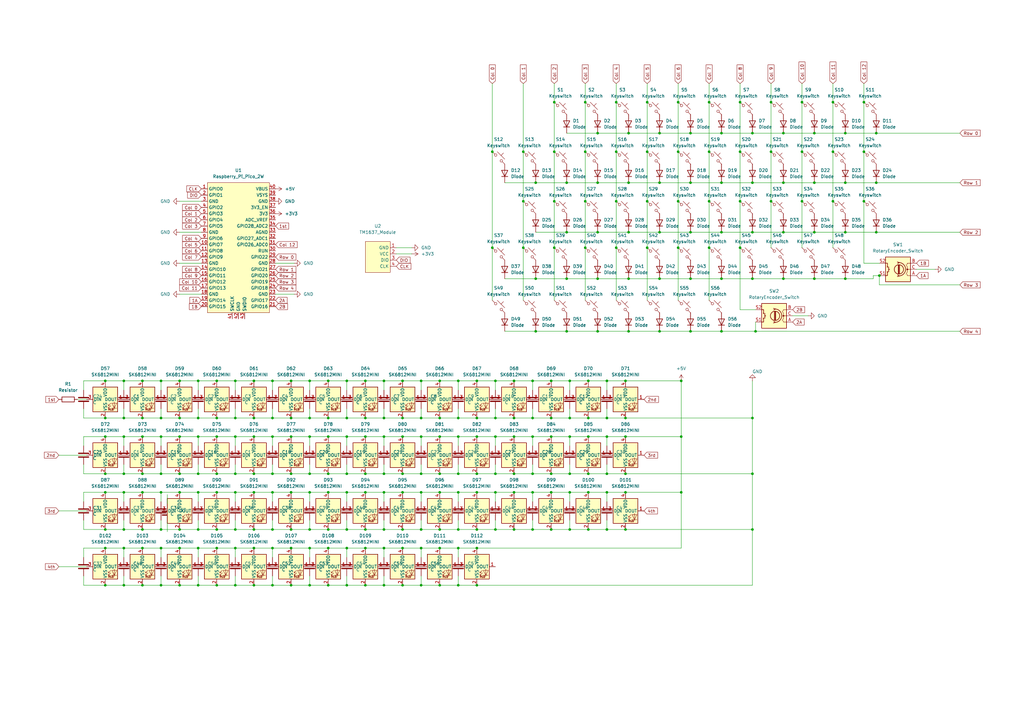
<source format=kicad_sch>
(kicad_sch (version 20231120) (generator "eeschema") (generator_version "8.0")
  (paper "A3")
  (junction (at 111.76 201.93))
  (junction (at 278.13 82.55))
  (junction (at 245.11 54.61))
  (junction (at 96.52 194.31))
  (junction (at 119.38 179.07))
  (junction (at 227.33 82.55))
  (junction (at 180.34 179.07))
  (junction (at 227.33 41.91))
  (junction (at 195.58 201.93))
  (junction (at 283.21 95.25))
  (junction (at 334.01 74.93))
  (junction (at 210.82 217.17))
  (junction (at 66.04 179.07))
  (junction (at 187.96 224.79))
  (junction (at 73.66 240.03))
  (junction (at 134.62 201.93))
  (junction (at 227.33 62.23))
  (junction (at 290.83 82.55))
  (junction (at 149.86 194.31))
  (junction (at 157.48 240.03))
  (junction (at 81.28 156.21))
  (junction (at 354.33 62.23))
  (junction (at 187.96 194.31))
  (junction (at 232.41 95.25))
  (junction (at 96.52 179.07))
  (junction (at 316.23 62.23))
  (junction (at 58.42 156.21))
  (junction (at 328.93 82.55))
  (junction (at 233.68 217.17))
  (junction (at 245.11 95.25))
  (junction (at 233.68 179.07))
  (junction (at 111.76 171.45))
  (junction (at 157.48 156.21))
  (junction (at 157.48 171.45))
  (junction (at 50.8 224.79))
  (junction (at 88.9 224.79))
  (junction (at 111.76 194.31))
  (junction (at 180.34 224.79))
  (junction (at 295.91 135.89))
  (junction (at 172.72 194.31))
  (junction (at 203.2 171.45))
  (junction (at 50.8 201.93))
  (junction (at 203.2 217.17))
  (junction (at 172.72 240.03))
  (junction (at 58.42 217.17))
  (junction (at 127 194.31))
  (junction (at 195.58 224.79))
  (junction (at 227.33 101.6))
  (junction (at 149.86 240.03))
  (junction (at 119.38 194.31))
  (junction (at 104.14 217.17))
  (junction (at 104.14 240.03))
  (junction (at 241.3 194.31))
  (junction (at 256.54 217.17))
  (junction (at 172.72 201.93))
  (junction (at 308.61 54.61))
  (junction (at 257.81 54.61))
  (junction (at 73.66 201.93))
  (junction (at 50.8 179.07))
  (junction (at 195.58 217.17))
  (junction (at 96.52 224.79))
  (junction (at 248.92 217.17))
  (junction (at 278.13 41.91))
  (junction (at 248.92 179.07))
  (junction (at 290.83 41.91))
  (junction (at 218.44 201.93))
  (junction (at 127 201.93))
  (junction (at 165.1 240.03))
  (junction (at 279.4 156.21))
  (junction (at 219.71 135.89))
  (junction (at 119.38 224.79))
  (junction (at 172.72 156.21))
  (junction (at 111.76 217.17))
  (junction (at 81.28 171.45))
  (junction (at 346.71 114.3))
  (junction (at 359.41 74.93))
  (junction (at 142.24 156.21))
  (junction (at 104.14 201.93))
  (junction (at 43.18 179.07))
  (junction (at 241.3 179.07))
  (junction (at 165.1 171.45))
  (junction (at 96.52 240.03))
  (junction (at 270.51 114.3))
  (junction (at 81.28 217.17))
  (junction (at 309.88 135.89))
  (junction (at 50.8 171.45))
  (junction (at 257.81 135.89))
  (junction (at 73.66 217.17))
  (junction (at 104.14 194.31))
  (junction (at 157.48 217.17))
  (junction (at 233.68 171.45))
  (junction (at 290.83 101.6))
  (junction (at 180.34 217.17))
  (junction (at 270.51 54.61))
  (junction (at 127 156.21))
  (junction (at 88.9 194.31))
  (junction (at 58.42 224.79))
  (junction (at 257.81 74.93))
  (junction (at 346.71 74.93))
  (junction (at 218.44 217.17))
  (junction (at 195.58 179.07))
  (junction (at 127 224.79))
  (junction (at 245.11 74.93))
  (junction (at 341.63 62.23))
  (junction (at 149.86 171.45))
  (junction (at 303.53 62.23))
  (junction (at 187.96 171.45))
  (junction (at 88.9 217.17))
  (junction (at 233.68 156.21))
  (junction (at 187.96 179.07))
  (junction (at 81.28 224.79))
  (junction (at 210.82 156.21))
  (junction (at 232.41 74.93))
  (junction (at 180.34 171.45))
  (junction (at 278.13 101.6))
  (junction (at 157.48 194.31))
  (junction (at 88.9 156.21))
  (junction (at 210.82 194.31))
  (junction (at 111.76 224.79))
  (junction (at 66.04 194.31))
  (junction (at 157.48 224.79))
  (junction (at 149.86 201.93))
  (junction (at 165.1 156.21))
  (junction (at 321.31 74.93))
  (junction (at 165.1 217.17))
  (junction (at 252.73 101.6))
  (junction (at 248.92 156.21))
  (junction (at 149.86 156.21))
  (junction (at 203.2 156.21))
  (junction (at 96.52 217.17))
  (junction (at 104.14 179.07))
  (junction (at 142.24 240.03))
  (junction (at 58.42 171.45))
  (junction (at 165.1 179.07))
  (junction (at 165.1 201.93))
  (junction (at 279.4 201.93))
  (junction (at 157.48 179.07))
  (junction (at 248.92 201.93))
  (junction (at 203.2 194.31))
  (junction (at 219.71 74.93))
  (junction (at 50.8 194.31))
  (junction (at 73.66 179.07))
  (junction (at 245.11 135.89))
  (junction (at 308.61 95.25))
  (junction (at 134.62 240.03))
  (junction (at 308.61 217.17))
  (junction (at 119.38 240.03))
  (junction (at 88.9 171.45))
  (junction (at 66.04 217.17))
  (junction (at 256.54 194.31))
  (junction (at 58.42 240.03))
  (junction (at 256.54 201.93))
  (junction (at 334.01 114.3))
  (junction (at 134.62 224.79))
  (junction (at 303.53 82.55))
  (junction (at 134.62 156.21))
  (junction (at 328.93 41.91))
  (junction (at 111.76 156.21))
  (junction (at 172.72 179.07))
  (junction (at 88.9 240.03))
  (junction (at 218.44 171.45))
  (junction (at 290.83 62.23))
  (junction (at 203.2 201.93))
  (junction (at 88.9 201.93))
  (junction (at 341.63 41.91))
  (junction (at 210.82 171.45))
  (junction (at 270.51 74.93))
  (junction (at 104.14 156.21))
  (junction (at 187.96 240.03))
  (junction (at 256.54 171.45))
  (junction (at 219.71 114.3))
  (junction (at 81.28 179.07))
  (junction (at 119.38 201.93))
  (junction (at 157.48 201.93))
  (junction (at 241.3 201.93))
  (junction (at 241.3 156.21))
  (junction (at 270.51 95.25))
  (junction (at 43.18 194.31))
  (junction (at 119.38 156.21))
  (junction (at 142.24 194.31))
  (junction (at 279.4 179.07))
  (junction (at 81.28 240.03))
  (junction (at 43.18 171.45))
  (junction (at 96.52 156.21))
  (junction (at 248.92 194.31))
  (junction (at 172.72 171.45))
  (junction (at 233.68 201.93))
  (junction (at 334.01 95.25))
  (junction (at 295.91 74.93))
  (junction (at 283.21 135.89))
  (junction (at 134.62 171.45))
  (junction (at 119.38 217.17))
  (junction (at 321.31 95.25))
  (junction (at 81.28 201.93))
  (junction (at 346.71 95.25))
  (junction (at 180.34 156.21))
  (junction (at 187.96 201.93))
  (junction (at 214.63 101.6))
  (junction (at 149.86 217.17))
  (junction (at 303.53 101.6))
  (junction (at 226.06 171.45))
  (junction (at 316.23 82.55))
  (junction (at 283.21 114.3))
  (junction (at 180.34 201.93))
  (junction (at 240.03 41.91))
  (junction (at 104.14 224.79))
  (junction (at 359.41 95.25))
  (junction (at 96.52 171.45))
  (junction (at 96.52 201.93))
  (junction (at 295.91 54.61))
  (junction (at 187.96 217.17))
  (junction (at 226.06 201.93))
  (junction (at 43.18 201.93))
  (junction (at 265.43 41.91))
  (junction (at 88.9 179.07))
  (junction (at 257.81 114.3))
  (junction (at 226.06 217.17))
  (junction (at 195.58 156.21))
  (junction (at 180.34 240.03))
  (junction (at 50.8 156.21))
  (junction (at 321.31 54.61))
  (junction (at 58.42 179.07))
  (junction (at 240.03 82.55))
  (junction (at 134.62 217.17))
  (junction (at 359.41 54.61))
  (junction (at 66.04 171.45))
  (junction (at 43.18 156.21))
  (junction (at 43.18 240.03))
  (junction (at 341.63 82.55))
  (junction (at 233.68 194.31))
  (junction (at 270.51 135.89))
  (junction (at 295.91 114.3))
  (junction (at 127 179.07))
  (junction (at 111.76 179.07))
  (junction (at 214.63 62.23))
  (junction (at 214.63 82.55))
  (junction (at 73.66 171.45))
  (junction (at 232.41 135.89))
  (junction (at 240.03 62.23))
  (junction (at 203.2 179.07))
  (junction (at 226.06 179.07))
  (junction (at 240.03 101.6))
  (junction (at 303.53 41.91))
  (junction (at 354.33 41.91))
  (junction (at 241.3 171.45))
  (junction (at 241.3 217.17))
  (junction (at 195.58 194.31))
  (junction (at 283.21 74.93))
  (junction (at 180.34 194.31))
  (junction (at 66.04 240.03))
  (junction (at 210.82 201.93))
  (junction (at 256.54 156.21))
  (junction (at 66.04 156.21))
  (junction (at 142.24 171.45))
  (junction (at 308.61 171.45))
  (junction (at 308.61 114.3))
  (junction (at 226.06 194.31))
  (junction (at 172.72 217.17))
  (junction (at 43.18 217.17))
  (junction (at 104.14 171.45))
  (junction (at 66.04 224.79))
  (junction (at 127 240.03))
  (junction (at 245.11 114.3))
  (junction (at 321.31 114.3))
  (junction (at 265.43 82.55))
  (junction (at 252.73 82.55))
  (junction (at 142.24 201.93))
  (junction (at 328.93 62.23))
  (junction (at 278.13 62.23))
  (junction (at 226.06 156.21))
  (junction (at 265.43 62.23))
  (junction (at 308.61 74.93))
  (junction (at 334.01 54.61))
  (junction (at 149.86 179.07))
  (junction (at 81.28 194.31))
  (junction (at 142.24 224.79))
  (junction (at 73.66 224.79))
  (junction (at 58.42 194.31))
  (junction (at 165.1 224.79))
  (junction (at 172.72 224.79))
  (junction (at 232.41 114.3))
  (junction (at 201.93 62.23))
  (junction (at 201.93 101.6))
  (junction (at 195.58 240.03))
  (junction (at 218.44 194.31))
  (junction (at 316.23 41.91))
  (junction (at 73.66 194.31))
  (junction (at 134.62 194.31))
  (junction (at 256.54 179.07))
  (junction (at 142.24 217.17))
  (junction (at 58.42 201.93))
  (junction (at 149.86 224.79))
  (junction (at 134.62 179.07))
  (junction (at 257.81 95.25))
  (junction (at 283.21 54.61))
  (junction (at 354.33 82.55))
  (junction (at 127 171.45))
  (junction (at 346.71 54.61))
  (junction (at 265.43 101.6))
  (junction (at 210.82 179.07))
  (junction (at 252.73 41.91))
  (junction (at 195.58 171.45))
  (junction (at 218.44 156.21))
  (junction (at 66.04 201.93))
  (junction (at 308.61 194.31))
  (junction (at 165.1 194.31))
  (junction (at 142.24 179.07))
  (junction (at 248.92 171.45))
  (junction (at 127 217.17))
  (junction (at 252.73 62.23))
  (junction (at 187.96 156.21))
  (junction (at 50.8 217.17))
  (junction (at 50.8 240.03))
  (junction (at 218.44 179.07))
  (junction (at 73.66 156.21))
  (junction (at 360.68 113.03))
  (junction (at 111.76 240.03))
  (junction (at 119.38 171.45))
  (junction (at 43.18 224.79))
  (junction (at 295.91 95.25))
  (wire (pts (xy 232.41 95.25) (xy 245.11 95.25)))
  (wire (pts (xy 218.44 201.93) (xy 226.06 201.93)))
  (wire (pts (xy 66.04 236.22) (xy 66.04 240.03)))
  (wire (pts (xy 127 217.17) (xy 134.62 217.17)))
  (wire (pts (xy 195.58 179.07) (xy 203.2 179.07)))
  (wire (pts (xy 207.01 74.93) (xy 219.71 74.93)))
  (wire (pts (xy 248.92 201.93) (xy 256.54 201.93)))
  (wire (pts (xy 142.24 194.31) (xy 149.86 194.31)))
  (wire (pts (xy 270.51 74.93) (xy 283.21 74.93)))
  (wire (pts (xy 149.86 194.31) (xy 157.48 194.31)))
  (wire (pts (xy 149.86 156.21) (xy 157.48 156.21)))
  (wire (pts (xy 203.2 179.07) (xy 210.82 179.07)))
  (wire (pts (xy 308.61 74.93) (xy 321.31 74.93)))
  (wire (pts (xy 34.29 236.22) (xy 34.29 240.03)))
  (wire (pts (xy 73.66 217.17) (xy 81.28 217.17)))
  (wire (pts (xy 295.91 74.93) (xy 308.61 74.93)))
  (wire (pts (xy 180.34 156.21) (xy 187.96 156.21)))
  (wire (pts (xy 81.28 224.79) (xy 81.28 228.6)))
  (wire (pts (xy 308.61 114.3) (xy 321.31 114.3)))
  (wire (pts (xy 240.03 41.91) (xy 240.03 62.23)))
  (wire (pts (xy 279.4 224.79) (xy 279.4 201.93)))
  (wire (pts (xy 119.38 224.79) (xy 127 224.79)))
  (wire (pts (xy 111.76 236.22) (xy 111.76 240.03)))
  (wire (pts (xy 50.8 171.45) (xy 58.42 171.45)))
  (wire (pts (xy 66.04 224.79) (xy 73.66 224.79)))
  (wire (pts (xy 111.76 156.21) (xy 119.38 156.21)))
  (wire (pts (xy 66.04 201.93) (xy 66.04 205.74)))
  (wire (pts (xy 172.72 167.64) (xy 172.72 171.45)))
  (wire (pts (xy 308.61 240.03) (xy 308.61 217.17)))
  (wire (pts (xy 66.04 167.64) (xy 66.04 171.45)))
  (wire (pts (xy 43.18 179.07) (xy 50.8 179.07)))
  (wire (pts (xy 127 240.03) (xy 134.62 240.03)))
  (wire (pts (xy 50.8 224.79) (xy 50.8 228.6)))
  (wire (pts (xy 187.96 224.79) (xy 187.96 228.6)))
  (wire (pts (xy 195.58 156.21) (xy 203.2 156.21)))
  (wire (pts (xy 328.93 82.55) (xy 328.93 101.6)))
  (wire (pts (xy 134.62 240.03) (xy 142.24 240.03)))
  (wire (pts (xy 50.8 190.5) (xy 50.8 194.31)))
  (wire (pts (xy 265.43 62.23) (xy 265.43 82.55)))
  (wire (pts (xy 214.63 82.55) (xy 214.63 101.6)))
  (wire (pts (xy 34.29 156.21) (xy 43.18 156.21)))
  (wire (pts (xy 96.52 236.22) (xy 96.52 240.03)))
  (wire (pts (xy 303.53 82.55) (xy 303.53 101.6)))
  (wire (pts (xy 265.43 101.6) (xy 265.43 123.19)))
  (wire (pts (xy 248.92 201.93) (xy 248.92 205.74)))
  (wire (pts (xy 187.96 167.64) (xy 187.96 171.45)))
  (wire (pts (xy 195.58 171.45) (xy 203.2 171.45)))
  (wire (pts (xy 165.1 201.93) (xy 172.72 201.93)))
  (wire (pts (xy 187.96 171.45) (xy 195.58 171.45)))
  (wire (pts (xy 157.48 156.21) (xy 157.48 160.02)))
  (wire (pts (xy 96.52 201.93) (xy 104.14 201.93)))
  (wire (pts (xy 142.24 167.64) (xy 142.24 171.45)))
  (wire (pts (xy 68.6499 202.846) (xy 68.6499 206.656)))
  (wire (pts (xy 119.38 171.45) (xy 127 171.45)))
  (wire (pts (xy 43.18 201.93) (xy 50.8 201.93)))
  (wire (pts (xy 321.31 95.25) (xy 334.01 95.25)))
  (wire (pts (xy 248.92 194.31) (xy 256.54 194.31)))
  (wire (pts (xy 58.42 194.31) (xy 66.04 194.31)))
  (wire (pts (xy 240.03 82.55) (xy 240.03 101.6)))
  (wire (pts (xy 187.96 194.31) (xy 195.58 194.31)))
  (wire (pts (xy 134.62 171.45) (xy 142.24 171.45)))
  (wire (pts (xy 172.72 240.03) (xy 180.34 240.03)))
  (wire (pts (xy 240.03 62.23) (xy 240.03 82.55)))
  (wire (pts (xy 172.72 190.5) (xy 172.72 194.31)))
  (wire (pts (xy 210.82 179.07) (xy 218.44 179.07)))
  (wire (pts (xy 270.51 54.61) (xy 283.21 54.61)))
  (wire (pts (xy 203.2 190.5) (xy 203.2 194.31)))
  (wire (pts (xy 127 201.93) (xy 127 205.74)))
  (wire (pts (xy 119.38 217.17) (xy 127 217.17)))
  (wire (pts (xy 127 156.21) (xy 134.62 156.21)))
  (wire (pts (xy 34.29 167.64) (xy 34.29 171.45)))
  (wire (pts (xy 127 179.07) (xy 134.62 179.07)))
  (wire (pts (xy 360.68 107.95) (xy 354.33 107.95)))
  (wire (pts (xy 157.48 194.31) (xy 165.1 194.31)))
  (wire (pts (xy 58.42 217.17) (xy 66.04 217.17)))
  (wire (pts (xy 354.33 107.95) (xy 354.33 82.55)))
  (wire (pts (xy 257.81 135.89) (xy 270.51 135.89)))
  (wire (pts (xy 66.04 190.5) (xy 66.04 194.31)))
  (wire (pts (xy 96.52 179.07) (xy 104.14 179.07)))
  (wire (pts (xy 303.53 34.29) (xy 303.53 41.91)))
  (wire (pts (xy 81.28 201.93) (xy 81.28 205.74)))
  (wire (pts (xy 180.34 171.45) (xy 187.96 171.45)))
  (wire (pts (xy 66.04 217.17) (xy 73.66 217.17)))
  (wire (pts (xy 157.48 179.07) (xy 157.48 182.88)))
  (wire (pts (xy 127 201.93) (xy 134.62 201.93)))
  (wire (pts (xy 187.96 201.93) (xy 195.58 201.93)))
  (wire (pts (xy 241.3 171.45) (xy 248.92 171.45)))
  (wire (pts (xy 50.8 213.36) (xy 50.8 217.17)))
  (wire (pts (xy 210.82 201.93) (xy 218.44 201.93)))
  (wire (pts (xy 233.68 217.17) (xy 241.3 217.17)))
  (wire (pts (xy 157.48 156.21) (xy 165.1 156.21)))
  (wire (pts (xy 142.24 224.79) (xy 142.24 228.6)))
  (wire (pts (xy 187.96 213.36) (xy 187.96 217.17)))
  (wire (pts (xy 142.24 224.79) (xy 149.86 224.79)))
  (wire (pts (xy 278.13 41.91) (xy 278.13 62.23)))
  (wire (pts (xy 43.18 217.17) (xy 50.8 217.17)))
  (wire (pts (xy 50.8 179.07) (xy 58.42 179.07)))
  (wire (pts (xy 354.33 34.29) (xy 354.33 41.91)))
  (wire (pts (xy 111.76 171.45) (xy 119.38 171.45)))
  (wire (pts (xy 127 167.64) (xy 127 171.45)))
  (wire (pts (xy 218.44 213.36) (xy 218.44 217.17)))
  (wire (pts (xy 104.14 240.03) (xy 111.76 240.03)))
  (wire (pts (xy 334.01 54.61) (xy 346.71 54.61)))
  (wire (pts (xy 227.33 34.29) (xy 227.33 41.91)))
  (wire (pts (xy 50.8 201.93) (xy 50.8 205.74)))
  (wire (pts (xy 88.9 179.07) (xy 96.52 179.07)))
  (wire (pts (xy 290.83 82.55) (xy 290.83 101.6)))
  (wire (pts (xy 219.71 95.25) (xy 232.41 95.25)))
  (wire (pts (xy 308.61 171.45) (xy 308.61 194.31)))
  (wire (pts (xy 165.1 171.45) (xy 172.72 171.45)))
  (wire (pts (xy 127 156.21) (xy 127 160.02)))
  (wire (pts (xy 226.06 156.21) (xy 233.68 156.21)))
  (wire (pts (xy 172.72 201.93) (xy 172.72 205.74)))
  (wire (pts (xy 73.66 240.03) (xy 81.28 240.03)))
  (wire (pts (xy 157.48 240.03) (xy 165.1 240.03)))
  (wire (pts (xy 73.66 120.65) (xy 82.55 120.65)))
  (wire (pts (xy 34.29 171.45) (xy 43.18 171.45)))
  (wire (pts (xy 203.2 171.45) (xy 210.82 171.45)))
  (wire (pts (xy 34.29 194.31) (xy 43.18 194.31)))
  (wire (pts (xy 219.71 135.89) (xy 232.41 135.89)))
  (wire (pts (xy 66.04 213.36) (xy 66.04 217.17)))
  (wire (pts (xy 295.91 135.89) (xy 309.88 135.89)))
  (wire (pts (xy 58.42 171.45) (xy 66.04 171.45)))
  (wire (pts (xy 354.33 41.91) (xy 354.33 62.23)))
  (wire (pts (xy 134.62 224.79) (xy 142.24 224.79)))
  (wire (pts (xy 81.28 179.07) (xy 81.28 182.88)))
  (wire (pts (xy 68.6499 214.276) (xy 68.6499 218.086)))
  (wire (pts (xy 195.58 201.93) (xy 203.2 201.93)))
  (wire (pts (xy 58.42 240.03) (xy 66.04 240.03)))
  (wire (pts (xy 203.2 179.07) (xy 203.2 182.88)))
  (wire (pts (xy 96.52 224.79) (xy 96.52 228.6)))
  (wire (pts (xy 233.68 156.21) (xy 241.3 156.21)))
  (wire (pts (xy 43.18 171.45) (xy 50.8 171.45)))
  (wire (pts (xy 34.29 228.6) (xy 34.29 224.79)))
  (wire (pts (xy 226.06 201.93) (xy 233.68 201.93)))
  (wire (pts (xy 81.28 224.79) (xy 88.9 224.79)))
  (wire (pts (xy 50.8 240.03) (xy 58.42 240.03)))
  (wire (pts (xy 360.68 113.03) (xy 360.68 116.84)))
  (wire (pts (xy 73.66 194.31) (xy 81.28 194.31)))
  (wire (pts (xy 73.66 156.21) (xy 81.28 156.21)))
  (wire (pts (xy 354.33 62.23) (xy 354.33 82.55)))
  (wire (pts (xy 283.21 95.25) (xy 295.91 95.25)))
  (wire (pts (xy 245.11 95.25) (xy 257.81 95.25)))
  (wire (pts (xy 81.28 240.03) (xy 88.9 240.03)))
  (wire (pts (xy 187.96 190.5) (xy 187.96 194.31)))
  (wire (pts (xy 226.06 217.17) (xy 233.68 217.17)))
  (wire (pts (xy 203.2 156.21) (xy 210.82 156.21)))
  (wire (pts (xy 265.43 34.29) (xy 265.43 41.91)))
  (wire (pts (xy 127 236.22) (xy 127 240.03)))
  (wire (pts (xy 96.52 156.21) (xy 104.14 156.21)))
  (wire (pts (xy 96.52 213.36) (xy 96.52 217.17)))
  (wire (pts (xy 149.86 240.03) (xy 157.48 240.03)))
  (wire (pts (xy 119.38 179.07) (xy 127 179.07)))
  (wire (pts (xy 218.44 179.07) (xy 226.06 179.07)))
  (wire (pts (xy 66.04 171.45) (xy 73.66 171.45)))
  (wire (pts (xy 256.54 217.17) (xy 308.61 217.17)))
  (wire (pts (xy 308.61 217.17) (xy 308.61 194.31)))
  (wire (pts (xy 252.73 62.23) (xy 252.73 82.55)))
  (wire (pts (xy 257.81 74.93) (xy 270.51 74.93)))
  (wire (pts (xy 265.43 41.91) (xy 265.43 62.23)))
  (wire (pts (xy 328.93 41.91) (xy 328.93 62.23)))
  (wire (pts (xy 165.1 240.03) (xy 172.72 240.03)))
  (wire (pts (xy 172.72 217.17) (xy 180.34 217.17)))
  (wire (pts (xy 180.34 240.03) (xy 187.96 240.03)))
  (wire (pts (xy 270.51 114.3) (xy 283.21 114.3)))
  (wire (pts (xy 303.53 62.23) (xy 303.53 82.55)))
  (wire (pts (xy 43.18 156.21) (xy 50.8 156.21)))
  (wire (pts (xy 165.1 194.31) (xy 172.72 194.31)))
  (wire (pts (xy 149.86 171.45) (xy 157.48 171.45)))
  (wire (pts (xy 180.34 201.93) (xy 187.96 201.93)))
  (wire (pts (xy 24.13 209.55) (xy 35.56 209.55)))
  (wire (pts (xy 81.28 201.93) (xy 88.9 201.93)))
  (wire (pts (xy 321.31 114.3) (xy 334.01 114.3)))
  (wire (pts (xy 321.31 74.93) (xy 334.01 74.93)))
  (wire (pts (xy 240.03 34.29) (xy 240.03 41.91)))
  (wire (pts (xy 142.24 171.45) (xy 149.86 171.45)))
  (wire (pts (xy 248.92 171.45) (xy 256.54 171.45)))
  (wire (pts (xy 233.68 213.36) (xy 233.68 217.17)))
  (wire (pts (xy 81.28 156.21) (xy 81.28 160.02)))
  (wire (pts (xy 134.62 156.21) (xy 142.24 156.21)))
  (wire (pts (xy 283.21 74.93) (xy 295.91 74.93)))
  (wire (pts (xy 218.44 171.45) (xy 226.06 171.45)))
  (wire (pts (xy 341.63 82.55) (xy 341.63 101.6)))
  (wire (pts (xy 104.14 224.79) (xy 111.76 224.79)))
  (wire (pts (xy 195.58 224.79) (xy 279.4 224.79)))
  (wire (pts (xy 119.38 156.21) (xy 127 156.21)))
  (wire (pts (xy 172.72 224.79) (xy 180.34 224.79)))
  (wire (pts (xy 104.14 217.17) (xy 111.76 217.17)))
  (wire (pts (xy 187.96 156.21) (xy 195.58 156.21)))
  (wire (pts (xy 34.29 224.79) (xy 43.18 224.79)))
  (wire (pts (xy 256.54 156.21) (xy 279.4 156.21)))
  (wire (pts (xy 248.92 167.64) (xy 248.92 171.45)))
  (wire (pts (xy 218.44 156.21) (xy 226.06 156.21)))
  (wire (pts (xy 233.68 160.02) (xy 233.68 156.21)))
  (wire (pts (xy 88.9 194.31) (xy 96.52 194.31)))
  (wire (pts (xy 248.92 156.21) (xy 248.92 160.02)))
  (wire (pts (xy 142.24 179.07) (xy 149.86 179.07)))
  (wire (pts (xy 241.3 179.07) (xy 248.92 179.07)))
  (wire (pts (xy 104.14 179.07) (xy 111.76 179.07)))
  (wire (pts (xy 88.9 217.17) (xy 96.52 217.17)))
  (wire (pts (xy 66.04 194.31) (xy 73.66 194.31)))
  (wire (pts (xy 383.54 110.49) (xy 375.92 110.49)))
  (wire (pts (xy 66.04 224.79) (xy 66.04 228.6)))
  (wire (pts (xy 232.41 54.61) (xy 245.11 54.61)))
  (wire (pts (xy 180.34 224.79) (xy 187.96 224.79)))
  (wire (pts (xy 295.91 95.25) (xy 308.61 95.25)))
  (wire (pts (xy 142.24 236.22) (xy 142.24 240.03)))
  (wire (pts (xy 50.8 194.31) (xy 58.42 194.31)))
  (wire (pts (xy 210.82 217.17) (xy 218.44 217.17)))
  (wire (pts (xy 180.34 194.31) (xy 187.96 194.31)))
  (wire (pts (xy 142.24 213.36) (xy 142.24 217.17)))
  (wire (pts (xy 257.81 54.61) (xy 270.51 54.61)))
  (wire (pts (xy 127 179.07) (xy 127 182.88)))
  (wire (pts (xy 142.24 156.21) (xy 142.24 160.02)))
  (wire (pts (xy 214.63 34.29) (xy 214.63 62.23)))
  (wire (pts (xy 341.63 41.91) (xy 341.63 62.23)))
  (wire (pts (xy 104.14 156.21) (xy 111.76 156.21)))
  (wire (pts (xy 295.91 114.3) (xy 308.61 114.3)))
  (wire (pts (xy 328.93 62.23) (xy 328.93 82.55)))
  (wire (pts (xy 290.83 41.91) (xy 290.83 62.23)))
  (wire (pts (xy 308.61 54.61) (xy 321.31 54.61)))
  (wire (pts (xy 233.68 182.88) (xy 233.68 179.07)))
  (wire (pts (xy 358.14 114.3) (xy 346.71 114.3)))
  (wire (pts (xy 207.01 114.3) (xy 219.71 114.3)))
  (wire (pts (xy 34.29 213.36) (xy 34.29 217.17)))
  (wire (pts (xy 96.52 179.07) (xy 96.52 182.88)))
  (wire (pts (xy 241.3 194.31) (xy 248.92 194.31)))
  (wire (pts (xy 248.92 190.5) (xy 248.92 194.31)))
  (wire (pts (xy 180.34 179.07) (xy 187.96 179.07)))
  (wire (pts (xy 81.28 194.31) (xy 88.9 194.31)))
  (wire (pts (xy 81.28 179.07) (xy 88.9 179.07)))
  (wire (pts (xy 295.91 54.61) (xy 308.61 54.61)))
  (wire (pts (xy 316.23 62.23) (xy 316.23 82.55)))
  (wire (pts (xy 73.66 224.79) (xy 81.28 224.79)))
  (wire (pts (xy 245.11 114.3) (xy 257.81 114.3)))
  (wire (pts (xy 96.52 201.93) (xy 96.52 205.74)))
  (wire (pts (xy 187.96 179.07) (xy 187.96 182.88)))
  (wire (pts (xy 172.72 171.45) (xy 180.34 171.45)))
  (wire (pts (xy 214.63 101.6) (xy 214.63 123.19)))
  (wire (pts (xy 248.92 179.07) (xy 256.54 179.07)))
  (wire (pts (xy 168.91 104.14) (xy 162.56 104.14)))
  (wire (pts (xy 120.65 120.65) (xy 113.03 120.65)))
  (wire (pts (xy 43.18 240.03) (xy 50.8 240.03)))
  (wire (pts (xy 218.44 190.5) (xy 218.44 194.31)))
  (wire (pts (xy 187.96 217.17) (xy 195.58 217.17)))
  (wire (pts (xy 359.41 54.61) (xy 393.7 54.61)))
  (wire (pts (xy 283.21 114.3) (xy 295.91 114.3)))
  (wire (pts (xy 96.52 224.79) (xy 104.14 224.79)))
  (wire (pts (xy 278.13 62.23) (xy 278.13 82.55)))
  (wire (pts (xy 227.33 41.91) (xy 227.33 62.23)))
  (wire (pts (xy 149.86 201.93) (xy 157.48 201.93)))
  (wire (pts (xy 252.73 41.91) (xy 252.73 62.23)))
  (wire (pts (xy 88.9 171.45) (xy 96.52 171.45)))
  (wire (pts (xy 219.71 74.93) (xy 232.41 74.93)))
  (wire (pts (xy 111.76 179.07) (xy 119.38 179.07)))
  (wire (pts (xy 240.03 101.6) (xy 240.03 123.19)))
  (wire (pts (xy 218.44 194.31) (xy 226.06 194.31)))
  (wire (pts (xy 279.4 179.07) (xy 279.4 156.21)))
  (wire (pts (xy 308.61 95.25) (xy 321.31 95.25)))
  (wire (pts (xy 34.29 160.02) (xy 34.29 156.21)))
  (wire (pts (xy 270.51 135.89) (xy 283.21 135.89)))
  (wire (pts (xy 256.54 194.31) (xy 308.61 194.31)))
  (wire (pts (xy 201.93 62.23) (xy 201.93 101.6)))
  (wire (pts (xy 187.96 236.22) (xy 187.96 240.03)))
  (wire (pts (xy 257.81 114.3) (xy 270.51 114.3)))
  (wire (pts (xy 278.13 34.29) (xy 278.13 41.91)))
  (wire (pts (xy 233.68 201.93) (xy 233.68 205.74)))
  (wire (pts (xy 203.2 194.31) (xy 210.82 194.31)))
  (wire (pts (xy 111.76 167.64) (xy 111.76 171.45)))
  (wire (pts (xy 195.58 194.31) (xy 203.2 194.31)))
  (wire (pts (xy 218.44 156.21) (xy 218.44 160.02)))
  (wire (pts (xy 210.82 194.31) (xy 218.44 194.31)))
  (wire (pts (xy 34.29 179.07) (xy 43.18 179.07)))
  (wire (pts (xy 248.92 156.21) (xy 256.54 156.21)))
  (wire (pts (xy 157.48 167.64) (xy 157.48 171.45)))
  (wire (pts (xy 96.52 194.31) (xy 104.14 194.31)))
  (wire (pts (xy 142.24 190.5) (xy 142.24 194.31)))
  (wire (pts (xy 111.76 201.93) (xy 119.38 201.93)))
  (wire (pts (xy 195.58 217.17) (xy 203.2 217.17)))
  (wire (pts (xy 210.82 156.21) (xy 218.44 156.21)))
  (wire (pts (xy 172.72 236.22) (xy 172.72 240.03)))
  (wire (pts (xy 252.73 34.29) (xy 252.73 41.91)))
  (wire (pts (xy 119.38 240.03) (xy 127 240.03)))
  (wire (pts (xy 81.28 156.21) (xy 88.9 156.21)))
  (wire (pts (xy 203.2 156.21) (xy 203.2 160.02)))
  (wire (pts (xy 203.2 217.17) (xy 210.82 217.17)))
  (wire (pts (xy 157.48 236.22) (xy 157.48 240.03)))
  (wire (pts (xy 187.96 156.21) (xy 187.96 160.02)))
  (wire (pts (xy 50.8 224.79) (xy 58.42 224.79)))
  (wire (pts (xy 96.52 240.03) (xy 104.14 240.03)))
  (wire (pts (xy 119.38 194.31) (xy 127 194.31)))
  (wire (pts (xy 165.1 224.79) (xy 172.72 224.79)))
  (wire (pts (xy 359.41 95.25) (xy 393.7 95.25)))
  (wire (pts (xy 50.8 179.07) (xy 50.8 182.88)))
  (wire (pts (xy 142.24 201.93) (xy 142.24 205.74)))
  (wire (pts (xy 88.9 224.79) (xy 96.52 224.79)))
  (wire (pts (xy 127 224.79) (xy 134.62 224.79)))
  (wire (pts (xy 73.66 82.55) (xy 82.55 82.55)))
  (wire (pts (xy 218.44 201.93) (xy 218.44 205.74)))
  (wire (pts (xy 104.14 194.31) (xy 111.76 194.31)))
  (wire (pts (xy 120.65 107.95) (xy 113.03 107.95)))
  (wire (pts (xy 111.76 190.5) (xy 111.76 194.31)))
  (wire (pts (xy 127 194.31) (xy 134.62 194.31)))
  (wire (pts (xy 66.04 179.07) (xy 73.66 179.07)))
  (wire (pts (xy 24.13 232.41) (xy 35.56 232.41)))
  (wire (pts (xy 334.01 74.93) (xy 346.71 74.93)))
  (wire (pts (xy 58.42 179.07) (xy 66.04 179.07)))
  (wire (pts (xy 203.2 167.64) (xy 203.2 171.45)))
  (wire (pts (xy 245.11 74.93) (xy 257.81 74.93)))
  (wire (pts (xy 270.51 95.25) (xy 283.21 95.25)))
  (wire (pts (xy 278.13 82.55) (xy 278.13 101.6)))
  (wire (pts (xy 111.76 240.03) (xy 119.38 240.03)))
  (wire (pts (xy 187.96 224.79) (xy 195.58 224.79)))
  (wire (pts (xy 134.62 201.93) (xy 142.24 201.93)))
  (wire (pts (xy 233.68 190.5) (xy 233.68 194.31)))
  (wire (pts (xy 331.47 129.54) (xy 325.12 129.54)))
  (wire (pts (xy 283.21 54.61) (xy 295.91 54.61)))
  (wire (pts (xy 73.66 95.25) (xy 82.55 95.25)))
  (wire (pts (xy 81.28 167.64) (xy 81.28 171.45)))
  (wire (pts (xy 111.76 224.79) (xy 119.38 224.79)))
  (wire (pts (xy 256.54 179.07) (xy 279.4 179.07)))
  (wire (pts (xy 256.54 171.45) (xy 308.61 171.45)))
  (wire (pts (xy 66.04 156.21) (xy 73.66 156.21)))
  (wire (pts (xy 149.86 217.17) (xy 157.48 217.17)))
  (wire (pts (xy 227.33 62.23) (xy 227.33 82.55)))
  (wire (pts (xy 226.06 171.45) (xy 233.68 171.45)))
  (wire (pts (xy 195.58 240.03) (xy 308.61 240.03)))
  (wire (pts (xy 104.14 171.45) (xy 111.76 171.45)))
  (wire (pts (xy 134.62 194.31) (xy 142.24 194.31)))
  (wire (pts (xy 227.33 82.55) (xy 227.33 101.6)))
  (wire (pts (xy 278.13 101.6) (xy 278.13 123.19)))
  (wire (pts (xy 165.1 179.07) (xy 172.72 179.07)))
  (wire (pts (xy 81.28 213.36) (xy 81.28 217.17)))
  (wire (pts (xy 248.92 213.36) (xy 248.92 217.17)))
  (wire (pts (xy 257.81 95.25) (xy 270.51 95.25)))
  (wire (pts (xy 303.53 41.91) (xy 303.53 62.23)))
  (wire (pts (xy 328.93 34.29) (xy 328.93 41.91)))
  (wire (pts (xy 187.96 240.03) (xy 195.58 240.03)))
  (wire (pts (xy 157.48 179.07) (xy 165.1 179.07)))
  (wire (pts (xy 201.93 34.29) (xy 201.93 62.23)))
  (wire (pts (xy 203.2 201.93) (xy 203.2 205.74)))
  (wire (pts (xy 232.41 114.3) (xy 245.11 114.3)))
  (wire (pts (xy 346.71 95.25) (xy 359.41 95.25)))
  (wire (pts (xy 157.48 190.5) (xy 157.48 194.31)))
  (wire (pts (xy 50.8 236.22) (xy 50.8 240.03)))
  (wire (pts (xy 50.8 167.64) (xy 50.8 171.45)))
  (wire (pts (xy 358.14 113.03) (xy 360.68 113.03)))
  (wire (pts (xy 34.29 240.03) (xy 43.18 240.03)))
  (wire (pts (xy 96.52 171.45) (xy 104.14 171.45)))
  (wire (pts (xy 172.72 156.21) (xy 172.72 160.02)))
  (wire (pts (xy 360.68 116.84) (xy 393.7 116.84)))
  (wire (pts (xy 233.68 171.45) (xy 241.3 171.45)))
  (wire (pts (xy 157.48 171.45) (xy 165.1 171.45)))
  (wire (pts (xy 142.24 217.17) (xy 149.86 217.17)))
  (wire (pts (xy 127 190.5) (xy 127 194.31)))
  (wire (pts (xy 210.82 171.45) (xy 218.44 171.45)))
  (wire (pts (xy 157.48 224.79) (xy 165.1 224.79)))
  (wire (pts (xy 252.73 82.55) (xy 252.73 101.6)))
  (wire (pts (xy 111.76 217.17) (xy 119.38 217.17)))
  (wire (pts (xy 73.66 107.95) (xy 82.55 107.95)))
  (wire (pts (xy 165.1 217.17) (xy 172.72 217.17)))
  (wire (pts (xy 142.24 240.03) (xy 149.86 240.03)))
  (wire (pts (xy 219.71 114.3) (xy 232.41 114.3)))
  (wire (pts (xy 88.9 240.03) (xy 96.52 240.03)))
  (wire (pts (xy 309.88 135.89) (xy 309.88 132.08)))
  (wire (pts (xy 256.54 201.93) (xy 279.4 201.93)))
  (wire (pts (xy 127 213.36) (xy 127 217.17)))
  (wire (pts (xy 245.11 54.61) (xy 257.81 54.61)))
  (wire (pts (xy 31.75 163.83) (xy 35.56 163.83)))
  (wire (pts (xy 157.48 201.93) (xy 157.48 205.74)))
  (wire (pts (xy 96.52 167.64) (xy 96.52 171.45)))
  (wire (pts (xy 111.76 179.07) (xy 111.76 182.88)))
  (wire (pts (xy 127 171.45) (xy 134.62 171.45)))
  (wire (pts (xy 309.88 135.89) (xy 393.7 135.89)))
  (wire (pts (xy 226.06 194.31) (xy 233.68 194.31)))
  (wire (pts (xy 34.29 205.74) (xy 34.29 201.93)))
  (wire (pts (xy 50.8 156.21) (xy 58.42 156.21)))
  (wire (pts (xy 43.18 194.31) (xy 50.8 194.31)))
  (wire (pts (xy 316.23 82.55) (xy 316.23 101.6)))
  (wire (pts (xy 172.72 156.21) (xy 180.34 156.21)))
  (wire (pts (xy 134.62 217.17) (xy 142.24 217.17)))
  (wire (pts (xy 73.66 171.45) (xy 81.28 171.45)))
  (wire (pts (xy 43.18 224.79) (xy 50.8 224.79)))
  (wire (pts (xy 73.66 201.93) (xy 81.28 201.93)))
  (wire (pts (xy 226.06 179.07) (xy 233.68 179.07)))
  (wire (pts (xy 58.42 156.21) (xy 66.04 156.21)))
  (wire (pts (xy 241.3 156.21) (xy 248.92 156.21)))
  (wire (pts (xy 66.04 201.93) (xy 73.66 201.93)))
  (wire (pts (xy 134.62 179.07) (xy 142.24 179.07)))
  (wire (pts (xy 232.41 74.93) (xy 245.11 74.93)))
  (wire (pts (xy 73.66 179.07) (xy 81.28 179.07)))
  (wire (pts (xy 172.72 194.31) (xy 180.34 194.31)))
  (wire (pts (xy 334.01 95.25) (xy 346.71 95.25)))
  (wire (pts (xy 290.83 62.23) (xy 290.83 82.55)))
  (wire (pts (xy 149.86 224.79) (xy 157.48 224.79)))
  (wire (pts (xy 165.1 156.21) (xy 172.72 156.21)))
  (wire (pts (xy 227.33 101.6) (xy 227.33 123.19)))
  (wire (pts (xy 283.21 135.89) (xy 295.91 135.89)))
  (wire (pts (xy 58.42 224.79) (xy 66.04 224.79)))
  (wire (pts (xy 214.63 62.23) (xy 214.63 82.55)))
  (wire (pts (xy 248.92 217.17) (xy 256.54 217.17)))
  (wire (pts (xy 172.72 213.36) (xy 172.72 217.17)))
  (wire (pts (xy 359.41 54.61) (xy 346.71 54.61)))
  (wire (pts (xy 245.11 135.89) (xy 257.81 135.89)))
  (wire (pts (xy 241.3 217.17) (xy 248.92 217.17)))
  (wire (pts (xy 279.4 201.93) (xy 279.4 179.07)))
  (wire (pts (xy 218.44 217.17) (xy 226.06 217.17)))
  (wire (pts (xy 187.96 179.07) (xy 195.58 179.07)))
  (wire (pts (xy 232.41 135.89) (xy 245.11 135.89)))
  (wire (pts (xy 34.29 217.17) (xy 43.18 217.17)))
  (wire (pts (xy 157.48 201.93) (xy 165.1 201.93)))
  (wire (pts (xy 303.53 101.6) (xy 303.53 127)))
  (wire (pts (xy 50.8 156.21) (xy 50.8 160.02)))
  (wire (pts (xy 233.68 194.31) (xy 241.3 194.31)))
  (wire (pts (xy 96.52 156.21) (xy 96.52 160.02)))
  (wire (pts (xy 142.24 201.93) (xy 149.86 201.93)))
  (wire (pts (xy 66.04 156.21) (xy 66.04 160.02)))
  (wire (pts (xy 66.04 240.03) (xy 73.66 240.03)))
  (wire (pts (xy 290.83 34.29) (xy 290.83 41.91)))
  (wire (pts (xy 334.01 114.3) (xy 346.71 114.3)))
  (wire (pts (xy 104.14 201.93) (xy 111.76 201.93)))
  (wire (pts (xy 233.68 179.07) (xy 241.3 179.07)))
  (wire (pts (xy 81.28 217.17) (xy 88.9 217.17)))
  (wire (pts (xy 207.01 135.89) (xy 219.71 135.89)))
  (wire (pts (xy 203.2 213.36) (xy 203.2 217.17)))
  (wire (pts (xy 203.2 201.93) (xy 210.82 201.93)))
  (wire (pts (xy 358.14 113.03) (xy 358.14 114.3)))
  (wire (pts (xy 172.72 179.07) (xy 172.72 182.88)))
  (wire (pts (xy 346.71 74.93) (xy 359.41 74.93)))
  (wire (pts (xy 172.72 224.79) (xy 172.72 228.6)))
  (wire (pts (xy 50.8 201.93) (xy 58.42 201.93)))
  (wire (pts (xy 168.91 101.6) (xy 162.56 101.6)))
  (wire (pts (xy 180.34 217.17) (xy 187.96 217.17)))
  (wire (pts (xy 172.72 179.07) (xy 180.34 179.07)))
  (wire (pts (xy 96.52 217.17) (xy 104.14 217.17)))
  (wire (pts (xy 119.38 201.93) (xy 127 201.93)))
  (wire (pts (xy 316.23 34.29) (xy 316.23 41.91)))
  (wire (pts (xy 316.23 41.91) (xy 316.23 62.23)))
  (wire (pts (xy 58.42 201.93) (xy 66.04 201.93)))
  (wire (pts (xy 233.68 167.64) (xy 233.68 171.45)))
  (wire (pts (xy 233.68 201.93) (xy 241.3 201.93)))
  (wire (pts (xy 127 224.79) (xy 127 228.6)))
  (wire (pts (xy 149.86 179.07) (xy 157.48 179.07)))
  (wire (pts (xy 142.24 156.21) (xy 149.86 156.21)))
  (wire (pts (xy 187.96 201.93) (xy 187.96 205.74)))
  (wire (pts (xy 81.28 171.45) (xy 88.9 171.45)))
  (wire (pts (xy 157.48 213.36) (xy 157.48 217.17)))
  (wire (pts (xy 290.83 101.6) (xy 290.83 123.19)))
  (wire (pts (xy 252.73 101.6) (xy 252.73 123.19)))
  (wire (pts (xy 111.76 156.21) (xy 111.76 160.02)))
  (wire (pts (xy 321.31 54.61) (xy 334.01 54.61)))
  (wire (pts (xy 111.76 201.93) (xy 111.76 205.74)))
  (wire (pts (xy 241.3 201.93) (xy 248.92 201.93)))
  (wire (pts (xy 172.72 201.93) (xy 180.34 201.93)))
  (wire (pts (xy 111.76 194.31) (xy 119.38 194.31)))
  (wire (pts (xy 96.52 190.5) (xy 96.52 194.31)))
  (wire (pts (xy 248.92 182.88) (xy 248.92 179.07)))
  (wire (pts (xy 303.53 127) (xy 309.88 127)))
  (wire (pts (xy 34.29 201.93) (xy 43.18 201.93)))
  (wire (pts (xy 359.41 74.93) (xy 393.7 74.93)))
  (wire (pts (xy 111.76 213.36) (xy 111.76 217.17)))
  (wire (pts (xy 201.93 101.6) (xy 201.93 123.19)))
  (wire (pts (xy 66.04 179.07) (xy 66.04 182.88)))
  (wire (pts (xy 24.13 186.69) (xy 35.56 186.69)))
  (wire (pts (xy 218.44 179.07) (xy 218.44 182.88)))
  (wire (pts (xy 81.28 236.22) (xy 81.28 240.03)))
  (wire (pts (xy 265.43 82.55) (xy 265.43 101.6)))
  (wire (pts (xy 157.48 224.79) (xy 157.48 228.6)))
  (wire (pts (xy 50.8 217.17) (xy 58.42 217.17)))
  (wire (pts (xy 88.9 156.21) (xy 96.52 156.21)))
  (wire (pts (xy 218.44 167.64) (xy 218.44 171.45)))
  (wire (pts (xy 81.28 190.5) (xy 81.28 194.31)))
  (wire (pts (xy 341.63 62.23) (xy 341.63 82.55)))
  (wire (pts (xy 34.29 190.5) (xy 34.29 194.31)))
  (wire (pts (xy 88.9 201.93) (xy 96.52 201.93)))
  (wire (pts (xy 34.29 182.88) (xy 34.29 179.07)))
  (wire (pts (xy 341.63 34.29) (xy 341.63 41.91)))
  (wire (pts (xy 111.76 224.79) (xy 111.76 228.6)))
  (wire (pts (xy 142.24 179.07) (xy 142.24 182.88)))
  (wire (pts (xy 157.48 217.17) (xy 165.1 217.17)))
  (wire (pts (xy 308.61 156.21) (xy 308.61 171.45)))
  (global_label "Col 9" (shape input) (at 316.23 34.29 90) (property "Intersheetrefs" "${INTERSHEET_REFS}" (effects (hide yes))))
  (global_label "2A" (shape input) (at 113.03 123.19 0) (property "Intersheetrefs" "${INTERSHEET_REFS}" (effects (hide yes))))
  (global_label "Col 5" (shape input) (at 265.43 34.29 90) (property "Intersheetrefs" "${INTERSHEET_REFS}" (effects (hide yes))))
  (global_label "Row 1" (shape input) (at 113.03 110.49 0) (property "Intersheetrefs" "${INTERSHEET_REFS}" (effects (hide yes))))
  (global_label "Row 1" (shape input) (at 393.7 74.93 0) (property "Intersheetrefs" "${INTERSHEET_REFS}" (effects (hide yes))))
  (global_label "3rd" (shape input) (at 24.13 209.55 180) (property "Intersheetrefs" "${INTERSHEET_REFS}" (effects (hide yes))))
  (global_label "Col 1" (shape input) (at 214.63 34.29 90) (property "Intersheetrefs" "${INTERSHEET_REFS}" (effects (hide yes))))
  (global_label "1B" (shape input) (at 82.55 125.73 180) (property "Intersheetrefs" "${INTERSHEET_REFS}" (effects (hide yes))))
  (global_label "Row 4" (shape input) (at 113.03 118.11 0) (property "Intersheetrefs" "${INTERSHEET_REFS}" (effects (hide yes))))
  (global_label "Col 5" (shape input) (at 82.55 100.33 180) (property "Intersheetrefs" "${INTERSHEET_REFS}" (effects (hide yes))))
  (global_label "1B" (shape input) (at 375.92 107.95 0) (property "Intersheetrefs" "${INTERSHEET_REFS}" (effects (hide yes))))
  (global_label "Col 4" (shape input) (at 252.73 34.29 90) (property "Intersheetrefs" "${INTERSHEET_REFS}" (effects (hide yes))))
  (global_label "Col 0" (shape input) (at 82.55 85.09 180) (property "Intersheetrefs" "${INTERSHEET_REFS}" (effects (hide yes))))
  (global_label "Col 10" (shape input) (at 328.93 34.29 90) (property "Intersheetrefs" "${INTERSHEET_REFS}" (effects (hide yes))))
  (global_label "DIO" (shape input) (at 162.56 106.68 0) (property "Intersheetrefs" "${INTERSHEET_REFS}" (effects (hide yes))))
  (global_label "4th" (shape input) (at 264.16 209.55 0) (property "Intersheetrefs" "${INTERSHEET_REFS}" (effects (hide yes))))
  (global_label "Col 6" (shape input) (at 82.55 102.87 180) (property "Intersheetrefs" "${INTERSHEET_REFS}" (effects (hide yes))))
  (global_label "Col 7" (shape input) (at 290.83 34.29 90) (property "Intersheetrefs" "${INTERSHEET_REFS}" (effects (hide yes))))
  (global_label "Col 4" (shape input) (at 82.55 97.79 180) (property "Intersheetrefs" "${INTERSHEET_REFS}" (effects (hide yes))))
  (global_label "Row 3" (shape input) (at 113.03 115.57 0) (property "Intersheetrefs" "${INTERSHEET_REFS}" (effects (hide yes))))
  (global_label "2nd" (shape input) (at 24.13 186.69 180) (property "Intersheetrefs" "${INTERSHEET_REFS}" (effects (hide yes))))
  (global_label "Row 2" (shape input) (at 393.7 95.25 0) (property "Intersheetrefs" "${INTERSHEET_REFS}" (effects (hide yes))))
  (global_label "Col 3" (shape input) (at 82.55 92.71 180) (property "Intersheetrefs" "${INTERSHEET_REFS}" (effects (hide yes))))
  (global_label "CLK" (shape input) (at 82.55 77.47 180) (property "Intersheetrefs" "${INTERSHEET_REFS}" (effects (hide yes))))
  (global_label "2B" (shape input) (at 325.12 127 0) (property "Intersheetrefs" "${INTERSHEET_REFS}" (effects (hide yes))))
  (global_label "Row 2" (shape input) (at 113.03 113.03 0) (property "Intersheetrefs" "${INTERSHEET_REFS}" (effects (hide yes))))
  (global_label "Col 8" (shape input) (at 303.53 34.29 90) (property "Intersheetrefs" "${INTERSHEET_REFS}" (effects (hide yes))))
  (global_label "Col 11" (shape input) (at 82.55 118.11 180) (property "Intersheetrefs" "${INTERSHEET_REFS}" (effects (hide yes))))
  (global_label "3rd" (shape input) (at 264.16 186.69 0) (property "Intersheetrefs" "${INTERSHEET_REFS}" (effects (hide yes))))
  (global_label "1st" (shape input) (at 113.03 92.71 0) (property "Intersheetrefs" "${INTERSHEET_REFS}" (effects (hide yes))))
  (global_label "2A" (shape input) (at 325.12 132.08 0) (property "Intersheetrefs" "${INTERSHEET_REFS}" (effects (hide yes))))
  (global_label "1st" (shape input) (at 24.13 163.83 180) (property "Intersheetrefs" "${INTERSHEET_REFS}" (effects (hide yes))))
  (global_label "Col 10" (shape input) (at 82.55 115.57 180) (property "Intersheetrefs" "${INTERSHEET_REFS}" (effects (hide yes))))
  (global_label "Row 4" (shape input) (at 393.7 135.89 0) (property "Intersheetrefs" "${INTERSHEET_REFS}" (effects (hide yes))))
  (global_label "Col 12" (shape input) (at 354.33 34.29 90) (property "Intersheetrefs" "${INTERSHEET_REFS}" (effects (hide yes))))
  (global_label "Col 6" (shape input) (at 278.13 34.29 90) (property "Intersheetrefs" "${INTERSHEET_REFS}" (effects (hide yes))))
  (global_label "Col 8" (shape input) (at 82.55 110.49 180) (property "Intersheetrefs" "${INTERSHEET_REFS}" (effects (hide yes))))
  (global_label "Col 9" (shape input) (at 82.55 113.03 180) (property "Intersheetrefs" "${INTERSHEET_REFS}" (effects (hide yes))))
  (global_label "Col 7" (shape input) (at 82.55 105.41 180) (property "Intersheetrefs" "${INTERSHEET_REFS}" (effects (hide yes))))
  (global_label "Col 2" (shape input) (at 82.55 90.17 180) (property "Intersheetrefs" "${INTERSHEET_REFS}" (effects (hide yes))))
  (global_label "Col 12" (shape input) (at 113.03 100.33 0) (property "Intersheetrefs" "${INTERSHEET_REFS}" (effects (hide yes))))
  (global_label "Col 2" (shape input) (at 227.33 34.29 90) (property "Intersheetrefs" "${INTERSHEET_REFS}" (effects (hide yes))))
  (global_label "Row 3" (shape input) (at 393.7 116.84 0) (property "Intersheetrefs" "${INTERSHEET_REFS}" (effects (hide yes))))
  (global_label "Col 11" (shape input) (at 341.63 34.29 90) (property "Intersheetrefs" "${INTERSHEET_REFS}" (effects (hide yes))))
  (global_label "4th" (shape input) (at 24.13 232.41 180) (property "Intersheetrefs" "${INTERSHEET_REFS}" (effects (hide yes))))
  (global_label "Row 0" (shape input) (at 113.03 105.41 0) (property "Intersheetrefs" "${INTERSHEET_REFS}" (effects (hide yes))))
  (global_label "2B" (shape input) (at 113.03 125.73 0) (property "Intersheetrefs" "${INTERSHEET_REFS}" (effects (hide yes))))
  (global_label "Col 3" (shape input) (at 240.03 34.29 90) (property "Intersheetrefs" "${INTERSHEET_REFS}" (effects (hide yes))))
  (global_label "CLK" (shape input) (at 162.56 109.22 0) (property "Intersheetrefs" "${INTERSHEET_REFS}" (effects (hide yes))))
  (global_label "Row 0" (shape input) (at 393.7 54.61 0) (property "Intersheetrefs" "${INTERSHEET_REFS}" (effects (hide yes))))
  (global_label "DIO" (shape input) (at 82.55 80.01 180) (property "Intersheetrefs" "${INTERSHEET_REFS}" (effects (hide yes))))
  (global_label "1A" (shape input) (at 82.55 123.19 180) (property "Intersheetrefs" "${INTERSHEET_REFS}" (effects (hide yes))))
  (global_label "1A" (shape input) (at 375.92 113.03 0) (property "Intersheetrefs" "${INTERSHEET_REFS}" (effects (hide yes))))
  (global_label "Col 0" (shape input) (at 201.93 34.29 90) (property "Intersheetrefs" "${INTERSHEET_REFS}" (effects (hide yes))))
  (global_label "2nd" (shape input) (at 264.16 163.83 0) (property "Intersheetrefs" "${INTERSHEET_REFS}" (effects (hide yes))))
  (global_label "Col 1" (shape input) (at 82.55 87.63 180) (property "Intersheetrefs" "${INTERSHEET_REFS}" (effects (hide yes))))
  (symbol (lib_id "Device:C") (at 34.29 209.55 0) (unit 1)
    (property "Reference" "C31" (at 38.1 208.2799 0) (effects (justify left)))
    (property "Value" "C" (at 38.1 210.8199 0) (effects (justify left)))
    (property "Footprint" "Capacitor_SMD:C_0805_2012Metric" (effects (hide yes)))
    (property "Description" "Unpolarized capacitor" (effects (hide yes)))
  )
  (symbol (lib_id "LED:SK6812MINI") (at 256.54 163.83 0) (unit 1)
    (property "Reference" "D71" (at 256.54 151.13 0))
    (property "Value" "SK6812MINI" (at 256.54 153.67 0))
    (property "Footprint" "LED_SMD:LED_SK6812MINI_PLCC4_3.5x3.5mm_P1.75mm" (effects (hide yes)))
    (property "Datasheet" "https://cdn-shop.adafruit.com/product-files/2686/SK6812MINI_REV.01-1-2.pdf" (effects (hide yes)))
    (property "Description" "RGB LED with integrated controller" (effects (hide yes)))
  )
  (symbol (lib_id "ScottoKeebs:Placeholder_Diode") (at 295.91 50.8 90) (unit 1)
    (property "Reference" "D6" (at 298.45 49.5299 90) (effects (justify right)))
    (property "Value" "Diode" (at 298.45 52.0699 90) (effects (justify right)))
    (property "Footprint" "ScottoKeebs_Components:Diode_DO-35" (effects (hide yes)))
    (property "Description" "1N4148 (DO-35) or 1N4148W (SOD-123)" (effects (hide yes)))
    (property "Sim.Device" "D" (effects (hide yes)))
    (property "Sim.Pins" "1=K 2=A" (effects (hide yes)))
  )
  (symbol (lib_id "Device:C") (at 172.72 186.69 0) (unit 1)
    (property "Reference" "C22" (at 176.53 185.4199 0) (effects (justify left)))
    (property "Value" "C" (at 176.53 187.9599 0) (effects (justify left)))
    (property "Footprint" "Capacitor_SMD:C_0805_2012Metric" (effects (hide yes)))
    (property "Description" "Unpolarized capacitor" (effects (hide yes)))
  )
  (symbol (lib_id "ScottoKeebs:Placeholder_Keyswitch") (at 318.77 44.45 0) (unit 1)
    (property "Reference" "S8" (at 318.77 36.83 0))
    (property "Value" "Keyswitch" (at 318.77 39.37 0))
    (property "Footprint" "ScottoKeebs_Hotswap:Hotswap_MX_1.00u" (effects (hide yes)))
    (property "Description" "Push button switch, normally open, two pins, 45° tilted" (effects (hide yes)))
  )
  (symbol (lib_id "Device:C") (at 142.24 232.41 0) (unit 1)
    (property "Reference" "C54" (at 146.05 231.1399 0) (effects (justify left)))
    (property "Value" "C" (at 146.05 233.6799 0) (effects (justify left)))
    (property "Footprint" "Capacitor_SMD:C_0805_2012Metric" (effects (hide yes)))
    (property "Description" "Unpolarized capacitor" (effects (hide yes)))
  )
  (symbol (lib_id "Device:C") (at 81.28 186.69 0) (unit 1)
    (property "Reference" "C16" (at 85.09 185.4199 0) (effects (justify left)))
    (property "Value" "C" (at 85.09 187.9599 0) (effects (justify left)))
    (property "Footprint" "Capacitor_SMD:C_0805_2012Metric" (effects (hide yes)))
    (property "Description" "Unpolarized capacitor" (effects (hide yes)))
  )
  (symbol (lib_id "LED:SK6812MINI") (at 104.14 163.83 0) (unit 1)
    (property "Reference" "D61" (at 104.14 151.13 0))
    (property "Value" "SK6812MINI" (at 104.14 153.67 0))
    (property "Footprint" "LED_SMD:LED_SK6812MINI_PLCC4_3.5x3.5mm_P1.75mm" (effects (hide yes)))
    (property "Datasheet" "https://cdn-shop.adafruit.com/product-files/2686/SK6812MINI_REV.01-1-2.pdf" (effects (hide yes)))
    (property "Description" "RGB LED with integrated controller" (effects (hide yes)))
  )
  (symbol (lib_id "Device:C") (at 127 163.83 0) (unit 1)
    (property "Reference" "C5" (at 130.81 162.5599 0) (effects (justify left)))
    (property "Value" "C" (at 130.81 165.0999 0) (effects (justify left)))
    (property "Footprint" "Capacitor_SMD:C_0805_2012Metric" (effects (hide yes)))
    (property "Description" "Unpolarized capacitor" (effects (hide yes)))
  )
  (symbol (lib_id "ScottoKeebs:Placeholder_Keyswitch") (at 344.17 85.09 0) (unit 1)
    (property "Reference" "S35" (at 344.17 77.47 0))
    (property "Value" "Keyswitch" (at 344.17 80.01 0))
    (property "Footprint" "ScottoKeebs_Hotswap:Hotswap_MX_1.00u" (effects (hide yes)))
    (property "Description" "Push button switch, normally open, two pins, 45° tilted" (effects (hide yes)))
  )
  (symbol (lib_id "Device:C") (at 81.28 232.41 0) (unit 1)
    (property "Reference" "C50" (at 85.09 231.1399 0) (effects (justify left)))
    (property "Value" "C" (at 85.09 233.6799 0) (effects (justify left)))
    (property "Footprint" "Capacitor_SMD:C_0805_2012Metric" (effects (hide yes)))
    (property "Description" "Unpolarized capacitor" (effects (hide yes)))
  )
  (symbol (lib_id "ScottoKeebs:Placeholder_Diode") (at 308.61 71.12 90) (unit 1)
    (property "Reference" "D20" (at 311.15 69.8499 90) (effects (justify right)))
    (property "Value" "Diode" (at 311.15 72.3899 90) (effects (justify right)))
    (property "Footprint" "ScottoKeebs_Components:Diode_DO-35" (effects (hide yes)))
    (property "Description" "1N4148 (DO-35) or 1N4148W (SOD-123)" (effects (hide yes)))
    (property "Sim.Device" "D" (effects (hide yes)))
    (property "Sim.Pins" "1=K 2=A" (effects (hide yes)))
  )
  (symbol (lib_id "LED:SK6812MINI") (at 241.3 186.69 0) (unit 1)
    (property "Reference" "D85" (at 241.3 173.99 0))
    (property "Value" "SK6812MINI" (at 241.3 176.53 0))
    (property "Footprint" "LED_SMD:LED_SK6812MINI_PLCC4_3.5x3.5mm_P1.75mm" (effects (hide yes)))
    (property "Datasheet" "https://cdn-shop.adafruit.com/product-files/2686/SK6812MINI_REV.01-1-2.pdf" (effects (hide yes)))
    (property "Description" "RGB LED with integrated controller" (effects (hide yes)))
  )
  (symbol (lib_id "ScottoKeebs:Placeholder_Keyswitch") (at 267.97 125.73 0) (unit 1)
    (property "Reference" "S54" (at 267.97 118.11 0))
    (property "Value" "Keyswitch" (at 267.97 120.65 0))
    (property "Footprint" "ScottoKeebs_Hotswap:Hotswap_MX_1.00u" (effects (hide yes)))
    (property "Description" "Push button switch, normally open, two pins, 45° tilted" (effects (hide yes)))
  )
  (symbol (lib_id "power:GND") (at 120.65 120.65 90) (unit 1)
    (property "Reference" "#PWR06" (effects (hide yes)))
    (property "Value" "GND" (at 124.46 120.6499 90) (effects (justify right)))
    (property "Description" "Power symbol creates a global label with name \"GND\" , ground" (effects (hide yes)))
  )
  (symbol (lib_id "Device:RotaryEncoder_Switch") (at 368.3 110.49 180) (unit 1)
    (property "Reference" "SW1" (at 368.3 100.33 0))
    (property "Value" "RotaryEncoder_Switch" (at 368.3 102.87 0))
    (property "Footprint" "Rotary_Encoder:RotaryEncoder_Alps_EC11E-Switch_Vertical_H20mm" (effects (hide yes)))
    (property "Description" "Rotary encoder, dual channel, incremental quadrate outputs, with switch" (effects (hide yes)))
  )
  (symbol (lib_id "ScottoKeebs:Placeholder_Diode") (at 219.71 110.49 90) (unit 1)
    (property "Reference" "D38" (at 222.25 109.2199 90) (effects (justify right)))
    (property "Value" "Diode" (at 222.25 111.7599 90) (effects (justify right)))
    (property "Footprint" "ScottoKeebs_Components:Diode_DO-35" (effects (hide yes)))
    (property "Description" "1N4148 (DO-35) or 1N4148W (SOD-123)" (effects (hide yes)))
    (property "Sim.Device" "D" (effects (hide yes)))
    (property "Sim.Pins" "1=K 2=A" (effects (hide yes)))
  )
  (symbol (lib_id "ScottoKeebs:Placeholder_Diode") (at 207.01 110.49 90) (unit 1)
    (property "Reference" "D37" (at 209.55 109.2199 90) (effects (justify right)))
    (property "Value" "Diode" (at 209.55 111.7599 90) (effects (justify right)))
    (property "Footprint" "ScottoKeebs_Components:Diode_DO-35" (effects (hide yes)))
    (property "Description" "1N4148 (DO-35) or 1N4148W (SOD-123)" (effects (hide yes)))
    (property "Sim.Device" "D" (effects (hide yes)))
    (property "Sim.Pins" "1=K 2=A" (effects (hide yes)))
  )
  (symbol (lib_id "ScottoKeebs:Placeholder_Keyswitch") (at 229.87 85.09 0) (unit 1)
    (property "Reference" "S26" (at 229.87 77.47 0))
    (property "Value" "Keyswitch" (at 229.87 80.01 0))
    (property "Footprint" "ScottoKeebs_Hotswap:Hotswap_MX_1.00u" (effects (hide yes)))
    (property "Description" "Push button switch, normally open, two pins, 45° tilted" (effects (hide yes)))
  )
  (symbol (lib_id "Device:C") (at 248.92 163.83 0) (unit 1)
    (property "Reference" "C13" (at 252.73 162.5599 0) (effects (justify left)))
    (property "Value" "C" (at 252.73 165.0999 0) (effects (justify left)))
    (property "Footprint" "Capacitor_SMD:C_0805_2012Metric" (effects (hide yes)))
    (property "Description" "Unpolarized capacitor" (effects (hide yes)))
  )
  (symbol (lib_id "Device:C") (at 157.48 186.69 0) (unit 1)
    (property "Reference" "C21" (at 161.29 185.4199 0) (effects (justify left)))
    (property "Value" "C" (at 161.29 187.9599 0) (effects (justify left)))
    (property "Footprint" "Capacitor_SMD:C_0805_2012Metric" (effects (hide yes)))
    (property "Description" "Unpolarized capacitor" (effects (hide yes)))
  )
  (symbol (lib_id "ScottoKeebs:Placeholder_Diode") (at 245.11 110.49 90) (unit 1)
    (property "Reference" "D40" (at 247.65 109.2199 90) (effects (justify right)))
    (property "Value" "Diode" (at 247.65 111.7599 90) (effects (justify right)))
    (property "Footprint" "ScottoKeebs_Components:Diode_DO-35" (effects (hide yes)))
    (property "Description" "1N4148 (DO-35) or 1N4148W (SOD-123)" (effects (hide yes)))
    (property "Sim.Device" "D" (effects (hide yes)))
    (property "Sim.Pins" "1=K 2=A" (effects (hide yes)))
  )
  (symbol (lib_id "ScottoKeebs:Placeholder_Diode") (at 245.11 132.08 90) (unit 1)
    (property "Reference" "D52" (at 247.65 130.8099 90) (effects (justify right)))
    (property "Value" "Diode" (at 247.65 133.3499 90) (effects (justify right)))
    (property "Footprint" "ScottoKeebs_Components:Diode_DO-35" (effects (hide yes)))
    (property "Description" "1N4148 (DO-35) or 1N4148W (SOD-123)" (effects (hide yes)))
    (property "Sim.Device" "D" (effects (hide yes)))
    (property "Sim.Pins" "1=K 2=A" (effects (hide yes)))
  )
  (symbol (lib_id "LED:SK6812MINI") (at 149.86 209.55 0) (unit 1)
    (property "Reference" "D94" (at 149.86 196.85 0))
    (property "Value" "SK6812MINI" (at 149.86 199.39 0))
    (property "Footprint" "LED_SMD:LED_SK6812MINI_PLCC4_3.5x3.5mm_P1.75mm" (effects (hide yes)))
    (property "Datasheet" "https://cdn-shop.adafruit.com/product-files/2686/SK6812MINI_REV.01-1-2.pdf" (effects (hide yes)))
    (property "Description" "RGB LED with integrated controller" (effects (hide yes)))
  )
  (symbol (lib_id "ScottoKeebs:Placeholder_Keyswitch") (at 229.87 64.77 0) (unit 1)
    (property "Reference" "S14" (at 229.87 57.15 0))
    (property "Value" "Keyswitch" (at 229.87 59.69 0))
    (property "Footprint" "ScottoKeebs_Hotswap:Hotswap_MX_1.00u" (effects (hide yes)))
    (property "Description" "Push button switch, normally open, two pins, 45° tilted" (effects (hide yes)))
  )
  (symbol (lib_id "Device:C") (at 187.96 186.69 0) (unit 1)
    (property "Reference" "C26" (at 191.77 185.4199 0) (effects (justify left)))
    (property "Value" "C" (at 191.77 187.9599 0) (effects (justify left)))
    (property "Footprint" "Capacitor_SMD:C_0805_2012Metric" (effects (hide yes)))
    (property "Description" "Unpolarized capacitor" (effects (hide yes)))
  )
  (symbol (lib_id "ScottoKeebs:Placeholder_Keyswitch") (at 306.07 85.09 0) (unit 1)
    (property "Reference" "S32" (at 306.07 77.47 0))
    (property "Value" "Keyswitch" (at 306.07 80.01 0))
    (property "Footprint" "ScottoKeebs_Hotswap:Hotswap_MX_1.00u" (effects (hide yes)))
    (property "Description" "Push button switch, normally open, two pins, 45° tilted" (effects (hide yes)))
  )
  (symbol (lib_id "LED:SK6812MINI") (at 165.1 186.69 0) (unit 1)
    (property "Reference" "D80" (at 165.1 173.99 0))
    (property "Value" "SK6812MINI" (at 165.1 176.53 0))
    (property "Footprint" "LED_SMD:LED_SK6812MINI_PLCC4_3.5x3.5mm_P1.75mm" (effects (hide yes)))
    (property "Datasheet" "https://cdn-shop.adafruit.com/product-files/2686/SK6812MINI_REV.01-1-2.pdf" (effects (hide yes)))
    (property "Description" "RGB LED with integrated controller" (effects (hide yes)))
  )
  (symbol (lib_id "power:GND") (at 73.66 95.25 270) (unit 1)
    (property "Reference" "#PWR04" (effects (hide yes)))
    (property "Value" "GND" (at 69.85 95.2499 90) (effects (justify right)))
    (property "Description" "Power symbol creates a global label with name \"GND\" , ground" (effects (hide yes)))
  )
  (symbol (lib_id "LED:SK6812MINI") (at 104.14 232.41 0) (unit 1)
    (property "Reference" "D106" (at 104.14 219.71 0))
    (property "Value" "SK6812MINI" (at 104.14 222.25 0))
    (property "Footprint" "LED_SMD:LED_SK6812MINI_PLCC4_3.5x3.5mm_P1.75mm" (effects (hide yes)))
    (property "Datasheet" "https://cdn-shop.adafruit.com/product-files/2686/SK6812MINI_REV.01-1-2.pdf" (effects (hide yes)))
    (property "Description" "RGB LED with integrated controller" (effects (hide yes)))
  )
  (symbol (lib_id "Device:C") (at 248.92 209.55 0) (unit 1)
    (property "Reference" "C47" (at 252.73 208.2799 0) (effects (justify left)))
    (property "Value" "C" (at 252.73 210.8199 0) (effects (justify left)))
    (property "Footprint" "Capacitor_SMD:C_0805_2012Metric" (effects (hide yes)))
    (property "Description" "Unpolarized capacitor" (effects (hide yes)))
  )
  (symbol (lib_id "Device:C") (at 96.52 209.55 0) (unit 1)
    (property "Reference" "C36" (at 100.33 208.2799 0) (effects (justify left)))
    (property "Value" "C" (at 100.33 210.8199 0) (effects (justify left)))
    (property "Footprint" "Capacitor_SMD:C_0805_2012Metric" (effects (hide yes)))
    (property "Description" "Unpolarized capacitor" (effects (hide yes)))
  )
  (symbol (lib_id "ScottoKeebs:Placeholder_Keyswitch") (at 344.17 64.77 0) (unit 1)
    (property "Reference" "S23" (at 344.17 57.15 0))
    (property "Value" "Keyswitch" (at 344.17 59.69 0))
    (property "Footprint" "ScottoKeebs_Hotswap:Hotswap_MX_1.25u" (effects (hide yes)))
    (property "Description" "Push button switch, normally open, two pins, 45° tilted" (effects (hide yes)))
  )
  (symbol (lib_id "Device:C") (at 172.72 209.55 0) (unit 1)
    (property "Reference" "C42" (at 176.53 208.2799 0) (effects (justify left)))
    (property "Value" "C" (at 176.53 210.8199 0) (effects (justify left)))
    (property "Footprint" "Capacitor_SMD:C_0805_2012Metric" (effects (hide yes)))
    (property "Description" "Unpolarized capacitor" (effects (hide yes)))
  )
  (symbol (lib_id "ScottoKeebs:Placeholder_Keyswitch") (at 204.47 104.14 0) (unit 1)
    (property "Reference" "S37" (at 204.47 96.52 0))
    (property "Value" "Keyswitch" (at 204.47 99.06 0))
    (property "Footprint" "ScottoKeebs_Hotswap:Hotswap_MX_2.25u" (effects (hide yes)))
    (property "Description" "Push button switch, normally open, two pins, 45° tilted" (effects (hide yes)))
  )
  (symbol (lib_id "Device:C") (at 34.29 186.69 0) (unit 1)
    (property "Reference" "C25" (at 38.1 185.4199 0) (effects (justify left)))
    (property "Value" "C" (at 38.1 187.9599 0) (effects (justify left)))
    (property "Footprint" "Capacitor_SMD:C_0805_2012Metric" (effects (hide yes)))
    (property "Description" "Unpolarized capacitor" (effects (hide yes)))
  )
  (symbol (lib_id "ScottoKeebs:Placeholder_Diode") (at 359.41 50.8 90) (unit 1)
    (property "Reference" "D11" (at 361.95 49.5299 90) (effects (justify right)))
    (property "Value" "Diode" (at 361.95 52.0699 90) (effects (justify right)))
    (property "Footprint" "ScottoKeebs_Components:Diode_DO-35" (effects (hide yes)))
    (property "Description" "1N4148 (DO-35) or 1N4148W (SOD-123)" (effects (hide yes)))
    (property "Sim.Device" "D" (effects (hide yes)))
    (property "Sim.Pins" "1=K 2=A" (effects (hide yes)))
  )
  (symbol (lib_id "ScottoKeebs:Placeholder_Keyswitch") (at 255.27 104.14 0) (unit 1)
    (property "Reference" "S41" (at 255.27 96.52 0))
    (property "Value" "Keyswitch" (at 255.27 99.06 0))
    (property "Footprint" "ScottoKeebs_Hotswap:Hotswap_MX_1.00u" (effects (hide yes)))
    (property "Description" "Push button switch, normally open, two pins, 45° tilted" (effects (hide yes)))
  )
  (symbol (lib_id "ScottoKeebs:Placeholder_Diode") (at 334.01 110.49 90) (unit 1)
    (property "Reference" "D47" (at 336.55 109.2199 90) (effects (justify right)))
    (property "Value" "Diode" (at 336.55 111.7599 90) (effects (justify right)))
    (property "Footprint" "ScottoKeebs_Components:Diode_DO-35" (effects (hide yes)))
    (property "Description" "1N4148 (DO-35) or 1N4148W (SOD-123)" (effects (hide yes)))
    (property "Sim.Device" "D" (effects (hide yes)))
    (property "Sim.Pins" "1=K 2=A" (effects (hide yes)))
  )
  (symbol (lib_id "LED:SK6812MINI") (at 180.34 232.41 0) (unit 1)
    (property "Reference" "D111" (at 180.34 219.71 0))
    (property "Value" "SK6812MINI" (at 180.34 222.25 0))
    (property "Footprint" "LED_SMD:LED_SK6812MINI_PLCC4_3.5x3.5mm_P1.75mm" (effects (hide yes)))
    (property "Datasheet" "https://cdn-shop.adafruit.com/product-files/2686/SK6812MINI_REV.01-1-2.pdf" (effects (hide yes)))
    (property "Description" "RGB LED with integrated controller" (effects (hide yes)))
  )
  (symbol (lib_id "LED:SK6812MINI") (at 43.18 232.41 0) (unit 1)
    (property "Reference" "D102" (at 43.18 219.71 0))
    (property "Value" "SK6812MINI" (at 43.18 222.25 0))
    (property "Footprint" "LED_SMD:LED_SK6812MINI_PLCC4_3.5x3.5mm_P1.75mm" (effects (hide yes)))
    (property "Datasheet" "https://cdn-shop.adafruit.com/product-files/2686/SK6812MINI_REV.01-1-2.pdf" (effects (hide yes)))
    (property "Description" "RGB LED with integrated controller" (effects (hide yes)))
  )
  (symbol (lib_id "LED:SK6812MINI") (at 149.86 163.83 0) (unit 1)
    (property "Reference" "D64" (at 149.86 151.13 0))
    (property "Value" "SK6812MINI" (at 149.86 153.67 0))
    (property "Footprint" "LED_SMD:LED_SK6812MINI_PLCC4_3.5x3.5mm_P1.75mm" (effects (hide yes)))
    (property "Datasheet" "https://cdn-shop.adafruit.com/product-files/2686/SK6812MINI_REV.01-1-2.pdf" (effects (hide yes)))
    (property "Description" "RGB LED with integrated controller" (effects (hide yes)))
  )
  (symbol (lib_id "LED:SK6812MINI") (at 88.9 209.55 0) (unit 1)
    (property "Reference" "D90" (at 88.9 196.85 0))
    (property "Value" "SK6812MINI" (at 88.9 199.39 0))
    (property "Footprint" "LED_SMD:LED_SK6812MINI_PLCC4_3.5x3.5mm_P1.75mm" (effects (hide yes)))
    (property "Datasheet" "https://cdn-shop.adafruit.com/product-files/2686/SK6812MINI_REV.01-1-2.pdf" (effects (hide yes)))
    (property "Description" "RGB LED with integrated controller" (effects (hide yes)))
  )
  (symbol (lib_id "LED:SK6812MINI") (at 210.82 186.69 0) (unit 1)
    (property "Reference" "D83" (at 210.82 173.99 0))
    (property "Value" "SK6812MINI" (at 210.82 176.53 0))
    (property "Footprint" "LED_SMD:LED_SK6812MINI_PLCC4_3.5x3.5mm_P1.75mm" (effects (hide yes)))
    (property "Datasheet" "https://cdn-shop.adafruit.com/product-files/2686/SK6812MINI_REV.01-1-2.pdf" (effects (hide yes)))
    (property "Description" "RGB LED with integrated controller" (effects (hide yes)))
  )
  (symbol (lib_id "power:GND") (at 331.47 129.54 90) (unit 1)
    (property "Reference" "#PWR012" (effects (hide yes)))
    (property "Value" "GND" (at 335.28 129.5399 90) (effects (justify right)))
    (property "Description" "Power symbol creates a global label with name \"GND\" , ground" (effects (hide yes)))
  )
  (symbol (lib_id "ScottoKeebs:Placeholder_Diode") (at 295.91 110.49 90) (unit 1)
    (property "Reference" "D44" (at 298.45 109.2199 90) (effects (justify right)))
    (property "Value" "Diode" (at 298.45 111.7599 90) (effects (justify right)))
    (property "Footprint" "ScottoKeebs_Components:Diode_DO-35" (effects (hide yes)))
    (property "Description" "1N4148 (DO-35) or 1N4148W (SOD-123)" (effects (hide yes)))
    (property "Sim.Device" "D" (effects (hide yes)))
    (property "Sim.Pins" "1=K 2=A" (effects (hide yes)))
  )
  (symbol (lib_id "ScottoKeebs:Placeholder_Diode") (at 283.21 91.44 90) (unit 1)
    (property "Reference" "D30" (at 285.75 90.1699 90) (effects (justify right)))
    (property "Value" "Diode" (at 285.75 92.7099 90) (effects (justify right)))
    (property "Footprint" "ScottoKeebs_Components:Diode_DO-35" (effects (hide yes)))
    (property "Description" "1N4148 (DO-35) or 1N4148W (SOD-123)" (effects (hide yes)))
    (property "Sim.Device" "D" (effects (hide yes)))
    (property "Sim.Pins" "1=K 2=A" (effects (hide yes)))
  )
  (symbol (lib_id "LED:SK6812MINI") (at 58.42 209.55 0) (unit 1)
    (property "Reference" "D88" (at 58.42 196.85 0))
    (property "Value" "SK6812MINI" (at 58.42 199.39 0))
    (property "Footprint" "LED_SMD:LED_SK6812MINI_PLCC4_3.5x3.5mm_P1.75mm" (effects (hide yes)))
    (property "Datasheet" "https://cdn-shop.adafruit.com/product-files/2686/SK6812MINI_REV.01-1-2.pdf" (effects (hide yes)))
    (property "Description" "RGB LED with integrated controller" (effects (hide yes)))
  )
  (symbol (lib_id "LED:SK6812MINI") (at 226.06 163.83 0) (unit 1)
    (property "Reference" "D69" (at 226.06 151.13 0))
    (property "Value" "SK6812MINI" (at 226.06 153.67 0))
    (property "Footprint" "LED_SMD:LED_SK6812MINI_PLCC4_3.5x3.5mm_P1.75mm" (effects (hide yes)))
    (property "Datasheet" "https://cdn-shop.adafruit.com/product-files/2686/SK6812MINI_REV.01-1-2.pdf" (effects (hide yes)))
    (property "Description" "RGB LED with integrated controller" (effects (hide yes)))
  )
  (symbol (lib_id "ScottoKeebs:Placeholder_Keyswitch") (at 331.47 44.45 0) (unit 1)
    (property "Reference" "S9" (at 331.47 36.83 0))
    (property "Value" "Keyswitch" (at 331.47 39.37 0))
    (property "Footprint" "ScottoKeebs_Hotswap:Hotswap_MX_1.00u" (effects (hide yes)))
    (property "Description" "Push button switch, normally open, two pins, 45° tilted" (effects (hide yes)))
  )
  (symbol (lib_id "ScottoKeebs:Placeholder_Keyswitch") (at 255.27 85.09 0) (unit 1)
    (property "Reference" "S28" (at 255.27 77.47 0))
    (property "Value" "Keyswitch" (at 255.27 80.01 0))
    (property "Footprint" "ScottoKeebs_Hotswap:Hotswap_MX_1.00u" (effects (hide yes)))
    (property "Description" "Push button switch, normally open, two pins, 45° tilted" (effects (hide yes)))
  )
  (symbol (lib_id "ScottoKeebs:Placeholder_Diode") (at 334.01 50.8 90) (unit 1)
    (property "Reference" "D9" (at 336.55 49.5299 90) (effects (justify right)))
    (property "Value" "Diode" (at 336.55 52.0699 90) (effects (justify right)))
    (property "Footprint" "ScottoKeebs_Components:Diode_DO-35" (effects (hide yes)))
    (property "Description" "1N4148 (DO-35) or 1N4148W (SOD-123)" (effects (hide yes)))
    (property "Sim.Device" "D" (effects (hide yes)))
    (property "Sim.Pins" "1=K 2=A" (effects (hide yes)))
  )
  (symbol (lib_id "Device:C") (at 111.76 209.55 0) (unit 1)
    (property "Reference" "C38" (at 115.57 208.2799 0) (effects (justify left)))
    (property "Value" "C" (at 115.57 210.8199 0) (effects (justify left)))
    (property "Footprint" "Capacitor_SMD:C_0805_2012Metric" (effects (hide yes)))
    (property "Description" "Unpolarized capacitor" (effects (hide yes)))
  )
  (symbol (lib_id "ScottoKeebs:Placeholder_Keyswitch") (at 293.37 44.45 0) (unit 1)
    (property "Reference" "S6" (at 293.37 36.83 0))
    (property "Value" "Keyswitch" (at 293.37 39.37 0))
    (property "Footprint" "ScottoKeebs_Hotswap:Hotswap_MX_1.00u" (effects (hide yes)))
    (property "Description" "Push button switch, normally open, two pins, 45° tilted" (effects (hide yes)))
  )
  (symbol (lib_id "power:GND") (at 308.61 156.21 180) (unit 1)
    (property "Reference" "#PWR011" (effects (hide yes)))
    (property "Value" "GND" (at 308.6101 152.4 0) (effects (justify right)))
    (property "Description" "Power symbol creates a global label with name \"GND\" , ground" (effects (hide yes)))
  )
  (symbol (lib_id "Device:C") (at 157.48 163.83 0) (unit 1)
    (property "Reference" "C7" (at 161.29 162.5599 0) (effects (justify left)))
    (property "Value" "C" (at 161.29 165.0999 0) (effects (justify left)))
    (property "Footprint" "Capacitor_SMD:C_0805_2012Metric" (effects (hide yes)))
    (property "Description" "Unpolarized capacitor" (effects (hide yes)))
  )
  (symbol (lib_id "ScottoKeebs:Placeholder_Keyswitch") (at 356.87 44.45 0) (unit 1)
    (property "Reference" "S11" (at 356.87 36.83 0))
    (property "Value" "Keyswitch" (at 356.87 39.37 0))
    (property "Footprint" "ScottoKeebs_Hotswap:Hotswap_MX_2.00u" (effects (hide yes)))
    (property "Description" "Push button switch, normally open, two pins, 45° tilted" (effects (hide yes)))
  )
  (symbol (lib_id "ScottoKeebs:Placeholder_Diode") (at 308.61 91.44 90) (unit 1)
    (property "Reference" "D32" (at 311.15 90.1699 90) (effects (justify right)))
    (property "Value" "Diode" (at 311.15 92.7099 90) (effects (justify right)))
    (property "Footprint" "ScottoKeebs_Components:Diode_DO-35" (effects (hide yes)))
    (property "Description" "1N4148 (DO-35) or 1N4148W (SOD-123)" (effects (hide yes)))
    (property "Sim.Device" "D" (effects (hide yes)))
    (property "Sim.Pins" "1=K 2=A" (effects (hide yes)))
  )
  (symbol (lib_id "Device:C") (at 203.2 163.83 0) (unit 1)
    (property "Reference" "C10" (at 207.01 162.5599 0) (effects (justify left)))
    (property "Value" "C" (at 207.01 165.0999 0) (effects (justify left)))
    (property "Footprint" "Capacitor_SMD:C_0805_2012Metric" (effects (hide yes)))
    (property "Description" "Unpolarized capacitor" (effects (hide yes)))
  )
  (symbol (lib_id "Device:C") (at 203.2 186.69 0) (unit 1)
    (property "Reference" "C27" (at 207.01 185.4199 0) (effects (justify left)))
    (property "Value" "C" (at 207.01 187.9599 0) (effects (justify left)))
    (property "Footprint" "Capacitor_SMD:C_0805_2012Metric" (effects (hide yes)))
    (property "Description" "Unpolarized capacitor" (effects (hide yes)))
  )
  (symbol (lib_id "ScottoKeebs:Placeholder_Keyswitch") (at 255.27 125.73 0) (unit 1)
    (property "Reference" "S53" (at 255.27 118.11 0))
    (property "Value" "Keyswitch" (at 255.27 120.65 0))
    (property "Footprint" "ScottoKeebs_Hotswap:Hotswap_MX_6.25u" (effects (hide yes)))
    (property "Description" "Push button switch, normally open, two pins, 45° tilted" (effects (hide yes)))
  )
  (symbol (lib_id "power:GND") (at 73.66 107.95 270) (unit 1)
    (property "Reference" "#PWR08" (effects (hide yes)))
    (property "Value" "GND" (at 69.85 107.9499 90) (effects (justify right)))
    (property "Description" "Power symbol creates a global label with name \"GND\" , ground" (effects (hide yes)))
  )
  (symbol (lib_id "ScottoKeebs:Placeholder_Diode") (at 257.81 132.08 90) (unit 1)
    (property "Reference" "D53" (at 260.35 130.8099 90) (effects (justify right)))
    (property "Value" "Diode" (at 260.35 133.3499 90) (effects (justify right)))
    (property "Footprint" "ScottoKeebs_Components:Diode_DO-35" (effects (hide yes)))
    (property "Description" "1N4148 (DO-35) or 1N4148W (SOD-123)" (effects (hide yes)))
    (property "Sim.Device" "D" (effects (hide yes)))
    (property "Sim.Pins" "1=K 2=A" (effects (hide yes)))
  )
  (symbol (lib_id "Device:C") (at 218.44 163.83 0) (unit 1)
    (property "Reference" "C11" (at 222.25 162.5599 0) (effects (justify left)))
    (property "Value" "C" (at 222.25 165.0999 0) (effects (justify left)))
    (property "Footprint" "Capacitor_SMD:C_0805_2012Metric" (effects (hide yes)))
    (property "Description" "Unpolarized capacitor" (effects (hide yes)))
  )
  (symbol (lib_id "ScottoKeebs:Placeholder_Diode") (at 232.41 71.12 90) (unit 1)
    (property "Reference" "D14" (at 234.95 69.8499 90) (effects (justify right)))
    (property "Value" "Diode" (at 234.95 72.3899 90) (effects (justify right)))
    (property "Footprint" "ScottoKeebs_Components:Diode_DO-35" (effects (hide yes)))
    (property "Description" "1N4148 (DO-35) or 1N4148W (SOD-123)" (effects (hide yes)))
    (property "Sim.Device" "D" (effects (hide yes)))
    (property "Sim.Pins" "1=K 2=A" (effects (hide yes)))
  )
  (symbol (lib_id "Device:C") (at 127 232.41 0) (unit 1)
    (property "Reference" "C53" (at 130.81 231.1399 0) (effects (justify left)))
    (property "Value" "C" (at 130.81 233.6799 0) (effects (justify left)))
    (property "Footprint" "Capacitor_SMD:C_0805_2012Metric" (effects (hide yes)))
    (property "Description" "Unpolarized capacitor" (effects (hide yes)))
  )
  (symbol (lib_id "ScottoKeebs:Placeholder_Diode") (at 321.31 50.8 90) (unit 1)
    (property "Reference" "D8" (at 323.85 49.5299 90) (effects (justify right)))
    (property "Value" "Diode" (at 323.85 52.0699 90) (effects (justify right)))
    (property "Footprint" "ScottoKeebs_Components:Diode_DO-35" (effects (hide yes)))
    (property "Description" "1N4148 (DO-35) or 1N4148W (SOD-123)" (effects (hide yes)))
    (property "Sim.Device" "D" (effects (hide yes)))
    (property "Sim.Pins" "1=K 2=A" (effects (hide yes)))
  )
  (symbol (lib_id "ScottoKeebs:Placeholder_Keyswitch") (at 306.07 64.77 0) (unit 1)
    (property "Reference" "S20" (at 306.07 57.15 0))
    (property "Value" "Keyswitch" (at 306.07 59.69 0))
    (property "Footprint" "ScottoKeebs_Hotswap:Hotswap_MX_1.00u" (effects (hide yes)))
    (property "Description" "Push button switch, normally open, two pins, 45° tilted" (effects (hide yes)))
  )
  (symbol (lib_id "Device:C") (at 68.6499 210.466 0) (unit 1)
    (property "Reference" "C37" (at 72.4599 209.1959 0) (effects (justify left)))
    (property "Value" "C" (at 72.4599 211.7359 0) (effects (justify left)))
    (property "Footprint" "Capacitor_SMD:C_0805_2012Metric" (effects (hide yes)))
    (property "Description" "Unpolarized capacitor" (effects (hide yes)))
  )
  (symbol (lib_id "LED:SK6812MINI") (at 134.62 186.69 0) (unit 1)
    (property "Reference" "D78" (at 134.62 173.99 0))
    (property "Value" "SK6812MINI" (at 134.62 176.53 0))
    (property "Footprint" "LED_SMD:LED_SK6812MINI_PLCC4_3.5x3.5mm_P1.75mm" (effects (hide yes)))
    (property "Datasheet" "https://cdn-shop.adafruit.com/product-files/2686/SK6812MINI_REV.01-1-2.pdf" (effects (hide yes)))
    (property "Description" "RGB LED with integrated controller" (effects (hide yes)))
  )
  (symbol (lib_id "LED:SK6812MINI") (at 88.9 163.83 0) (unit 1)
    (property "Reference" "D60" (at 88.9 151.13 0))
    (property "Value" "SK6812MINI" (at 88.9 153.67 0))
    (property "Footprint" "LED_SMD:LED_SK6812MINI_PLCC4_3.5x3.5mm_P1.75mm" (effects (hide yes)))
    (property "Datasheet" "https://cdn-shop.adafruit.com/product-files/2686/SK6812MINI_REV.01-1-2.pdf" (effects (hide yes)))
    (property "Description" "RGB LED with integrated controller" (effects (hide yes)))
  )
  (symbol (lib_id "ScottoKeebs:Placeholder_Diode") (at 219.71 91.44 90) (unit 1)
    (property "Reference" "D25" (at 222.25 90.1699 90) (effects (justify right)))
    (property "Value" "Diode" (at 222.25 92.7099 90) (effects (justify right)))
    (property "Footprint" "ScottoKeebs_Components:Diode_DO-35" (effects (hide yes)))
    (property "Description" "1N4148 (DO-35) or 1N4148W (SOD-123)" (effects (hide yes)))
    (property "Sim.Device" "D" (effects (hide yes)))
    (property "Sim.Pins" "1=K 2=A" (effects (hide yes)))
  )
  (symbol (lib_id "ScottoKeebs:Placeholder_Keyswitch") (at 217.17 125.73 0) (unit 1)
    (property "Reference" "S50" (at 217.17 118.11 0))
    (property "Value" "Keyswitch" (at 217.17 120.65 0))
    (property "Footprint" "ScottoKeebs_Hotswap:Hotswap_MX_1.00u" (effects (hide yes)))
    (property "Description" "Push button switch, normally open, two pins, 45° tilted" (effects (hide yes)))
  )
  (symbol (lib_id "Device:C") (at 142.24 209.55 0) (unit 1)
    (property "Reference" "C40" (at 146.05 208.2799 0) (effects (justify left)))
    (property "Value" "C" (at 146.05 210.8199 0) (effects (justify left)))
    (property "Footprint" "Capacitor_SMD:C_0805_2012Metric" (effects (hide yes)))
    (property "Description" "Unpolarized capacitor" (effects (hide yes)))
  )
  (symbol (lib_id "Device:C") (at 127 186.69 0) (unit 1)
    (property "Reference" "C20" (at 130.81 185.4199 0) (effects (justify left)))
    (property "Value" "C" (at 130.81 187.9599 0) (effects (justify left)))
    (property "Footprint" "Capacitor_SMD:C_0805_2012Metric" (effects (hide yes)))
    (property "Description" "Unpolarized capacitor" (effects (hide yes)))
  )
  (symbol (lib_id "power:+5V") (at 113.03 77.47 270) (unit 1)
    (property "Reference" "#PWR02" (effects (hide yes)))
    (property "Value" "+5V" (at 116.84 77.4699 90) (effects (justify left)))
    (property "Description" "Power symbol creates a global label with name \"+5V\"" (effects (hide yes)))
  )
  (symbol (lib_id "ScottoKeebs:Placeholder_Keyswitch") (at 280.67 85.09 0) (unit 1)
    (property "Reference" "S30" (at 280.67 77.47 0))
    (property "Value" "Keyswitch" (at 280.67 80.01 0))
    (property "Footprint" "ScottoKeebs_Hotswap:Hotswap_MX_1.00u" (effects (hide yes)))
    (property "Description" "Push button switch, normally open, two pins, 45° tilted" (effects (hide yes)))
  )
  (symbol (lib_id "ScottoKeebs:Placeholder_Diode") (at 270.51 110.49 90) (unit 1)
    (property "Reference" "D42" (at 273.05 109.2199 90) (effects (justify right)))
    (property "Value" "Diode" (at 273.05 111.7599 90) (effects (justify right)))
    (property "Footprint" "ScottoKeebs_Components:Diode_DO-35" (effects (hide yes)))
    (property "Description" "1N4148 (DO-35) or 1N4148W (SOD-123)" (effects (hide yes)))
    (property "Sim.Device" "D" (effects (hide yes)))
    (property "Sim.Pins" "1=K 2=A" (effects (hide yes)))
  )
  (symbol (lib_id "ScottoKeebs:Placeholder_Diode") (at 334.01 71.12 90) (unit 1)
    (property "Reference" "D22" (at 336.55 69.8499 90) (effects (justify right)))
    (property "Value" "Diode" (at 336.55 72.3899 90) (effects (justify right)))
    (property "Footprint" "ScottoKeebs_Components:Diode_DO-35" (effects (hide yes)))
    (property "Description" "1N4148 (DO-35) or 1N4148W (SOD-123)" (effects (hide yes)))
    (property "Sim.Device" "D" (effects (hide yes)))
    (property "Sim.Pins" "1=K 2=A" (effects (hide yes)))
  )
  (symbol (lib_id "LED:SK6812MINI") (at 195.58 232.41 0) (unit 1)
    (property "Reference" "D112" (at 195.58 219.71 0))
    (property "Value" "SK6812MINI" (at 195.58 222.25 0))
    (property "Footprint" "LED_SMD:LED_SK6812MINI_PLCC4_3.5x3.5mm_P1.75mm" (effects (hide yes)))
    (property "Datasheet" "https://cdn-shop.adafruit.com/product-files/2686/SK6812MINI_REV.01-1-2.pdf" (effects (hide yes)))
    (property "Description" "RGB LED with integrated controller" (effects (hide yes)))
  )
  (symbol (lib_id "LED:SK6812MINI") (at 104.14 186.69 0) (unit 1)
    (property "Reference" "D76" (at 104.14 173.99 0))
    (property "Value" "SK6812MINI" (at 104.14 176.53 0))
    (property "Footprint" "LED_SMD:LED_SK6812MINI_PLCC4_3.5x3.5mm_P1.75mm" (effects (hide yes)))
    (property "Datasheet" "https://cdn-shop.adafruit.com/product-files/2686/SK6812MINI_REV.01-1-2.pdf" (effects (hide yes)))
    (property "Description" "RGB LED with integrated controller" (effects (hide yes)))
  )
  (symbol (lib_id "ScottoKeebs:Placeholder_Keyswitch") (at 217.17 104.14 0) (unit 1)
    (property "Reference" "S38" (at 217.17 96.52 0))
    (property "Value" "Keyswitch" (at 217.17 99.06 0))
    (property "Footprint" "ScottoKeebs_Hotswap:Hotswap_MX_1.00u" (effects (hide yes)))
    (property "Description" "Push button switch, normally open, two pins, 45° tilted" (effects (hide yes)))
  )
  (symbol (lib_id "ScottoKeebs:Placeholder_Keyswitch") (at 267.97 44.45 0) (unit 1)
    (property "Reference" "S4" (at 267.97 36.83 0))
    (property "Value" "Keyswitch" (at 267.97 39.37 0))
    (property "Footprint" "ScottoKeebs_Hotswap:Hotswap_MX_1.00u" (effects (hide yes)))
    (property "Description" "Push button switch, normally open, two pins, 45° tilted" (effects (hide yes)))
  )
  (symbol (lib_id "LED:SK6812MINI") (at 180.34 209.55 0) (unit 1)
    (property "Reference" "D96" (at 180.34 196.85 0))
    (property "Value" "SK6812MINI" (at 180.34 199.39 0))
    (property "Footprint" "LED_SMD:LED_SK6812MINI_PLCC4_3.5x3.5mm_P1.75mm" (effects (hide yes)))
    (property "Datasheet" "https://cdn-shop.adafruit.com/product-files/2686/SK6812MINI_REV.01-1-2.pdf" (effects (hide yes)))
    (property "Description" "RGB LED with integrated controller" (effects (hide yes)))
  )
  (symbol (lib_id "ScottoKeebs:Placeholder_Diode") (at 245.11 71.12 90) (unit 1)
    (property "Reference" "D15" (at 247.65 69.8499 90) (effects (justify right)))
    (property "Value" "Diode" (at 247.65 72.3899 90) (effects (justify right)))
    (property "Footprint" "ScottoKeebs_Components:Diode_DO-35" (effects (hide yes)))
    (property "Description" "1N4148 (DO-35) or 1N4148W (SOD-123)" (effects (hide yes)))
    (property "Sim.Device" "D" (effects (hide yes)))
    (property "Sim.Pins" "1=K 2=A" (effects (hide yes)))
  )
  (symbol (lib_id "LED:SK6812MINI") (at 149.86 232.41 0) (unit 1)
    (property "Reference" "D109" (at 149.86 219.71 0))
    (property "Value" "SK6812MINI" (at 149.86 222.25 0))
    (property "Footprint" "LED_SMD:LED_SK6812MINI_PLCC4_3.5x3.5mm_P1.75mm" (effects (hide yes)))
    (property "Datasheet" "https://cdn-shop.adafruit.com/product-files/2686/SK6812MINI_REV.01-1-2.pdf" (effects (hide yes)))
    (property "Description" "RGB LED with integrated controller" (effects (hide yes)))
  )
  (symbol (lib_id "ScottoKeebs:Placeholder_Diode") (at 346.71 50.8 90) (unit 1)
    (property "Reference" "D10" (at 349.25 49.5299 90) (effects (justify right)))
    (property "Value" "Diode" (at 349.25 52.0699 90) (effects (justify right)))
    (property "Footprint" "ScottoKeebs_Components:Diode_DO-35" (effects (hide yes)))
    (property "Description" "1N4148 (DO-35) or 1N4148W (SOD-123)" (effects (hide yes)))
    (property "Sim.Device" "D" (effects (hide yes)))
    (property "Sim.Pins" "1=K 2=A" (effects (hide yes)))
  )
  (symbol (lib_id "ScottoKeebs:Placeholder_Diode") (at 257.81 91.44 90) (unit 1)
    (property "Reference" "D28" (at 260.35 90.1699 90) (effects (justify right)))
    (property "Value" "Diode" (at 260.35 92.7099 90) (effects (justify right)))
    (property "Footprint" "ScottoKeebs_Components:Diode_DO-35" (effects (hide yes)))
    (property "Description" "1N4148 (DO-35) or 1N4148W (SOD-123)" (effects (hide yes)))
    (property "Sim.Device" "D" (effects (hide yes)))
    (property "Sim.Pins" "1=K 2=A" (effects (hide yes)))
  )
  (symbol (lib_id "TM1637:TM137_Module") (at 129.54 120.65 0) (unit 1)
    (property "Reference" "U2" (at 154.94 92.71 0))
    (property "Value" "TM1637_Module" (at 154.94 95.25 0))
    (property "Footprint" "TM137:TM1637 Display Module" (effects (hide yes)))
  )
  (symbol (lib_id "LED:SK6812MINI") (at 58.42 163.83 0) (unit 1)
    (property "Reference" "D58" (at 58.42 151.13 0))
    (property "Value" "SK6812MINI" (at 58.42 153.67 0))
    (property "Footprint" "LED_SMD:LED_SK6812MINI_PLCC4_3.5x3.5mm_P1.75mm" (effects (hide yes)))
    (property "Datasheet" "https://cdn-shop.adafruit.com/product-files/2686/SK6812MINI_REV.01-1-2.pdf" (effects (hide yes)))
    (property "Description" "RGB LED with integrated controller" (effects (hide yes)))
  )
  (symbol (lib_id "LED:SK6812MINI") (at 73.66 232.41 0) (unit 1)
    (property "Reference" "D104" (at 73.66 219.71 0))
    (property "Value" "SK6812MINI" (at 73.66 222.25 0))
    (property "Footprint" "LED_SMD:LED_SK6812MINI_PLCC4_3.5x3.5mm_P1.75mm" (effects (hide yes)))
    (property "Datasheet" "https://cdn-shop.adafruit.com/product-files/2686/SK6812MINI_REV.01-1-2.pdf" (effects (hide yes)))
    (property "Description" "RGB LED with integrated controller" (effects (hide yes)))
  )
  (symbol (lib_id "Device:C") (at 233.68 209.55 0) (unit 1)
    (property "Reference" "C46" (at 237.49 208.2799 0) (effects (justify left)))
    (property "Value" "C" (at 237.49 210.8199 0) (effects (justify left)))
    (property "Footprint" "Capacitor_SMD:C_0805_2012Metric" (effects (hide yes)))
    (property "Description" "Unpolarized capacitor" (effects (hide yes)))
  )
  (symbol (lib_id "Device:C") (at 172.72 163.83 0) (unit 1)
    (property "Reference" "C8" (at 176.53 162.5599 0) (effects (justify left)))
    (property "Value" "C" (at 176.53 165.0999 0) (effects (justify left)))
    (property "Footprint" "Capacitor_SMD:C_0805_2012Metric" (effects (hide yes)))
    (property "Description" "Unpolarized capacitor" (effects (hide yes)))
  )
  (symbol (lib_id "ScottoKeebs:Placeholder_Diode") (at 334.01 91.44 90) (unit 1)
    (property "Reference" "D34" (at 336.55 90.1699 90) (effects (justify right)))
    (property "Value" "Diode" (at 336.55 92.7099 90) (effects (justify right)))
    (property "Footprint" "ScottoKeebs_Components:Diode_DO-35" (effects (hide yes)))
    (property "Description" "1N4148 (DO-35) or 1N4148W (SOD-123)" (effects (hide yes)))
    (property "Sim.Device" "D" (effects (hide yes)))
    (property "Sim.Pins" "1=K 2=A" (effects (hide yes)))
  )
  (symbol (lib_id "Device:C") (at 203.2 209.55 0) (unit 1)
    (property "Reference" "C44" (at 207.01 208.2799 0) (effects (justify left)))
    (property "Value" "C" (at 207.01 210.8199 0) (effects (justify left)))
    (property "Footprint" "Capacitor_SMD:C_0805_2012Metric" (effects (hide yes)))
    (property "Description" "Unpolarized capacitor" (effects (hide yes)))
  )
  (symbol (lib_id "ScottoKeebs:Placeholder_Diode") (at 321.31 91.44 90) (unit 1)
    (property "Reference" "D33" (at 323.85 90.1699 90) (effects (justify right)))
    (property "Value" "Diode" (at 323.85 92.7099 90) (effects (justify right)))
    (property "Footprint" "ScottoKeebs_Components:Diode_DO-35" (effects (hide yes)))
    (property "Description" "1N4148 (DO-35) or 1N4148W (SOD-123)" (effects (hide yes)))
    (property "Sim.Device" "D" (effects (hide yes)))
    (property "Sim.Pins" "1=K 2=A" (effects (hide yes)))
  )
  (symbol (lib_id "ScottoKeebs:Placeholder_Diode") (at 346.71 110.49 90) (unit 1)
    (property "Reference" "D48" (at 349.25 109.2199 90) (effects (justify right)))
    (property "Value" "Diode" (at 349.25 111.7599 90) (effects (justify right)))
    (property "Footprint" "ScottoKeebs_Components:Diode_DO-35" (effects (hide yes)))
    (property "Description" "1N4148 (DO-35) or 1N4148W (SOD-123)" (effects (hide yes)))
    (property "Sim.Device" "D" (effects (hide yes)))
    (property "Sim.Pins" "1=K 2=A" (effects (hide yes)))
  )
  (symbol (lib_id "ScottoKeebs:Placeholder_Keyswitch") (at 293.37 85.09 0) (unit 1)
    (property "Reference" "S31" (at 293.37 77.47 0))
    (property "Value" "Keyswitch" (at 293.37 80.01 0))
    (property "Footprint" "ScottoKeebs_Hotswap:Hotswap_MX_1.00u" (effects (hide yes)))
    (property "Description" "Push button switch, normally open, two pins, 45° tilted" (effects (hide yes)))
  )
  (symbol (lib_id "ScottoKeebs:Placeholder_Diode") (at 283.21 50.8 90) (unit 1)
    (property "Reference" "D5" (at 285.75 49.5299 90) (effects (justify right)))
    (property "Value" "Diode" (at 285.75 52.0699 90) (effects (justify right)))
    (property "Footprint" "ScottoKeebs_Components:Diode_DO-35" (effects (hide yes)))
    (property "Description" "1N4148 (DO-35) or 1N4148W (SOD-123)" (effects (hide yes)))
    (property "Sim.Device" "D" (effects (hide yes)))
    (property "Sim.Pins" "1=K 2=A" (effects (hide yes)))
  )
  (symbol (lib_id "Device:C") (at 187.96 232.41 0) (unit 1)
    (property "Reference" "C57" (at 191.77 231.1399 0) (effects (justify left)))
    (property "Value" "C" (at 191.77 233.6799 0) (effects (justify left)))
    (property "Footprint" "Capacitor_SMD:C_0805_2012Metric" (effects (hide yes)))
    (property "Description" "Unpolarized capacitor" (effects (hide yes)))
  )
  (symbol (lib_id "ScottoKeebs:Placeholder_Diode") (at 283.21 71.12 90) (unit 1)
    (property "Reference" "D18" (at 285.75 69.8499 90) (effects (justify right)))
    (property "Value" "Diode" (at 285.75 72.3899 90) (effects (justify right)))
    (property "Footprint" "ScottoKeebs_Components:Diode_DO-35" (effects (hide yes)))
    (property "Description" "1N4148 (DO-35) or 1N4148W (SOD-123)" (effects (hide yes)))
    (property "Sim.Device" "D" (effects (hide yes)))
    (property "Sim.Pins" "1=K 2=A" (effects (hide yes)))
  )
  (symbol (lib_id "LED:SK6812MINI") (at 165.1 163.83 0) (unit 1)
    (property "Reference" "D65" (at 165.1 151.13 0))
    (property "Value" "SK6812MINI" (at 165.1 153.67 0))
    (property "Footprint" "LED_SMD:LED_SK6812MINI_PLCC4_3.5x3.5mm_P1.75mm" (effects (hide yes)))
    (property "Datasheet" "https://cdn-shop.adafruit.com/product-files/2686/SK6812MINI_REV.01-1-2.pdf" (effects (hide yes)))
    (property "Description" "RGB LED with integrated controller" (effects (hide yes)))
  )
  (symbol (lib_id "LED:SK6812MINI") (at 149.86 186.69 0) (unit 1)
    (property "Reference" "D79" (at 149.86 173.99 0))
    (property "Value" "SK6812MINI" (at 149.86 176.53 0))
    (property "Footprint" "LED_SMD:LED_SK6812MINI_PLCC4_3.5x3.5mm_P1.75mm" (effects (hide yes)))
    (property "Datasheet" "https://cdn-shop.adafruit.com/product-files/2686/SK6812MINI_REV.01-1-2.pdf" (effects (hide yes)))
    (property "Description" "RGB LED with integrated controller" (effects (hide yes)))
  )
  (symbol (lib_id "Device:C") (at 172.72 232.41 0) (unit 1)
    (property "Reference" "C56" (at 176.53 231.1399 0) (effects (justify left)))
    (property "Value" "C" (at 176.53 233.6799 0) (effects (justify left)))
    (property "Footprint" "Capacitor_SMD:C_0805_2012Metric" (effects (hide yes)))
    (property "Description" "Unpolarized capacitor" (effects (hide yes)))
  )
  (symbol (lib_id "ScottoKeebs:Placeholder_Diode") (at 207.01 71.12 90) (unit 1)
    (property "Reference" "D12" (at 209.55 69.8499 90) (effects (justify right)))
    (property "Value" "Diode" (at 209.55 72.3899 90) (effects (justify right)))
    (property "Footprint" "ScottoKeebs_Components:Diode_DO-35" (effects (hide yes)))
    (property "Description" "1N4148 (DO-35) or 1N4148W (SOD-123)" (effects (hide yes)))
    (property "Sim.Device" "D" (effects (hide yes)))
    (property "Sim.Pins" "1=K 2=A" (effects (hide yes)))
  )
  (symbol (lib_id "ScottoKeebs:Placeholder_Keyswitch") (at 331.47 85.09 0) (unit 1)
    (property "Reference" "S34" (at 331.47 77.47 0))
    (property "Value" "Keyswitch" (at 331.47 80.01 0))
    (property "Footprint" "ScottoKeebs_Hotswap:Hotswap_MX_1.00u" (effects (hide yes)))
    (property "Description" "Push button switch, normally open, two pins, 45° tilted" (effects (hide yes)))
  )
  (symbol (lib_id "LED:SK6812MINI") (at 180.34 186.69 0) (unit 1)
    (property "Reference" "D81" (at 180.34 173.99 0))
    (property "Value" "SK6812MINI" (at 180.34 176.53 0))
    (property "Footprint" "LED_SMD:LED_SK6812MINI_PLCC4_3.5x3.5mm_P1.75mm" (effects (hide yes)))
    (property "Datasheet" "https://cdn-shop.adafruit.com/product-files/2686/SK6812MINI_REV.01-1-2.pdf" (effects (hide yes)))
    (property "Description" "RGB LED with integrated controller" (effects (hide yes)))
  )
  (symbol (lib_id "Device:C") (at 233.68 186.69 0) (unit 1)
    (property "Reference" "C29" (at 237.49 185.4199 0) (effects (justify left)))
    (property "Value" "C" (at 237.49 187.9599 0) (effects (justify left)))
    (property "Footprint" "Capacitor_SMD:C_0805_2012Metric" (effects (hide yes)))
    (property "Description" "Unpolarized capacitor" (effects (hide yes)))
  )
  (symbol (lib_id "ScottoKeebs:Placeholder_Keyswitch") (at 255.27 64.77 0) (unit 1)
    (property "Reference" "S16" (at 255.27 57.15 0))
    (property "Value" "Keyswitch" (at 255.27 59.69 0))
    (property "Footprint" "ScottoKeebs_Hotswap:Hotswap_MX_1.00u" (effects (hide yes)))
    (property "Description" "Push button switch, normally open, two pins, 45° tilted" (effects (hide yes)))
  )
  (symbol (lib_id "ScottoKeebs:Placeholder_Diode") (at 295.91 91.44 90) (unit 1)
    (property "Reference" "D31" (at 298.45 90.1699 90) (effects (justify right)))
    (property "Value" "Diode" (at 298.45 92.7099 90) (effects (justify right)))
    (property "Footprint" "ScottoKeebs_Components:Diode_DO-35" (effects (hide yes)))
    (property "Description" "1N4148 (DO-35) or 1N4148W (SOD-123)" (effects (hide yes)))
    (property "Sim.Device" "D" (effects (hide yes)))
    (property "Sim.Pins" "1=K 2=A" (effects (hide yes)))
  )
  (symbol (lib_id "ScottoKeebs:Placeholder_Diode") (at 359.41 91.44 90) (unit 1)
    (property "Reference" "D36" (at 361.95 90.1699 90) (effects (justify right)))
    (property "Value" "Diode" (at 361.95 92.7099 90) (effects (justify right)))
    (property "Footprint" "ScottoKeebs_Components:Diode_DO-35" (effects (hide yes)))
    (property "Description" "1N4148 (DO-35) or 1N4148W (SOD-123)" (effects (hide yes)))
    (property "Sim.Device" "D" (effects (hide yes)))
    (property "Sim.Pins" "1=K 2=A" (effects (hide yes)))
  )
  (symbol (lib_id "ScottoKeebs:Placeholder_Diode") (at 245.11 91.44 90) (unit 1)
    (property "Reference" "D27" (at 247.65 90.1699 90) (effects (justify right)))
    (property "Value" "Diode" (at 247.65 92.7099 90) (effects (justify right)))
    (property "Footprint" "ScottoKeebs_Components:Diode_DO-35" (effects (hide yes)))
    (property "Description" "1N4148 (DO-35) or 1N4148W (SOD-123)" (effects (hide yes)))
    (property "Sim.Device" "D" (effects (hide yes)))
    (property "Sim.Pins" "1=K 2=A" (effects (hide yes)))
  )
  (symbol (lib_id "LED:SK6812MINI") (at 165.1 232.41 0) (unit 1)
    (property "Reference" "D110" (at 165.1 219.71 0))
    (property "Value" "SK6812MINI" (at 165.1 222.25 0))
    (property "Footprint" "LED_SMD:LED_SK6812MINI_PLCC4_3.5x3.5mm_P1.75mm" (effects (hide yes)))
    (property "Datasheet" "https://cdn-shop.adafruit.com/product-files/2686/SK6812MINI_REV.01-1-2.pdf" (effects (hide yes)))
    (property "Description" "RGB LED with integrated controller" (effects (hide yes)))
  )
  (symbol (lib_id "ScottoKeebs:Placeholder_Keyswitch") (at 280.67 44.45 0) (unit 1)
    (property "Reference" "S5" (at 280.67 36.83 0))
    (property "Value" "Keyswitch" (at 280.67 39.37 0))
    (property "Footprint" "ScottoKeebs_Hotswap:Hotswap_MX_1.00u" (effects (hide yes)))
    (property "Description" "Push button switch, normally open, two pins, 45° tilted" (effects (hide yes)))
  )
  (symbol (lib_id "ScottoKeebs:Placeholder_Keyswitch") (at 267.97 64.77 0) (unit 1)
    (property "Reference" "S17" (at 267.97 57.15 0))
    (property "Value" "Keyswitch" (at 267.97 59.69 0))
    (property "Footprint" "ScottoKeebs_Hotswap:Hotswap_MX_1.00u" (effects (hide yes)))
    (property "Description" "Push button switch, normally open, two pins, 45° tilted" (effects (hide yes)))
  )
  (symbol (lib_id "ScottoKeebs:Placeholder_Diode") (at 219.71 71.12 90) (unit 1)
    (property "Reference" "D13" (at 222.25 69.8499 90) (effects (justify right)))
    (property "Value" "Diode" (at 222.25 72.3899 90) (effects (justify right)))
    (property "Footprint" "ScottoKeebs_Components:Diode_DO-35" (effects (hide yes)))
    (property "Description" "1N4148 (DO-35) or 1N4148W (SOD-123)" (effects (hide yes)))
    (property "Sim.Device" "D" (effects (hide yes)))
    (property "Sim.Pins" "1=K 2=A" (effects (hide yes)))
  )
  (symbol (lib_id "ScottoKeebs:Placeholder_Keyswitch") (at 344.17 44.45 0) (unit 1)
    (property "Reference" "S10" (at 344.17 36.83 0))
    (property "Value" "Keyswitch" (at 344.17 39.37 0))
    (property "Footprint" "ScottoKeebs_Hotswap:Hotswap_MX_1.00u" (effects (hide yes)))
    (property "Description" "Push button switch, normally open, two pins, 45° tilted" (effects (hide yes)))
  )
  (symbol (lib_id "ScottoKeebs:Placeholder_Diode") (at 308.61 50.8 90) (unit 1)
    (property "Reference" "D7" (at 311.15 49.5299 90) (effects (justify right)))
    (property "Value" "Diode" (at 311.15 52.0699 90) (effects (justify right)))
    (property "Footprint" "ScottoKeebs_Components:Diode_DO-35" (effects (hide yes)))
    (property "Description" "1N4148 (DO-35) or 1N4148W (SOD-123)" (effects (hide yes)))
    (property "Sim.Device" "D" (effects (hide yes)))
    (property "Sim.Pins" "1=K 2=A" (effects (hide yes)))
  )
  (symbol (lib_id "ScottoKeebs:Placeholder_Keyswitch") (at 267.97 104.14 0) (unit 1)
    (property "Reference" "S42" (at 267.97 96.52 0))
    (property "Value" "Keyswitch" (at 267.97 99.06 0))
    (property "Footprint" "ScottoKeebs_Hotswap:Hotswap_MX_1.00u" (effects (hide yes)))
    (property "Description" "Push button switch, normally open, two pins, 45° tilted" (effects (hide yes)))
  )
  (symbol (lib_id "Device:C") (at 81.28 163.83 0) (unit 1)
    (property "Reference" "C23" (at 85.09 162.5599 0) (effects (justify left)))
    (property "Value" "C" (at 85.09 165.0999 0) (effects (justify left)))
    (property "Footprint" "Capacitor_SMD:C_0805_2012Metric" (effects (hide yes)))
    (property "Description" "Unpolarized capacitor" (effects (hide yes)))
  )
  (symbol (lib_id "LED:SK6812MINI") (at 134.62 209.55 0) (unit 1)
    (property "Reference" "D93" (at 134.62 196.85 0))
    (property "Value" "SK6812MINI" (at 134.62 199.39 0))
    (property "Footprint" "LED_SMD:LED_SK6812MINI_PLCC4_3.5x3.5mm_P1.75mm" (effects (hide yes)))
    (property "Datasheet" "https://cdn-shop.adafruit.com/product-files/2686/SK6812MINI_REV.01-1-2.pdf" (effects (hide yes)))
    (property "Description" "RGB LED with integrated controller" (effects (hide yes)))
  )
  (symbol (lib_id "ScottoKeebs:Placeholder_Keyswitch") (at 280.67 64.77 0) (unit 1)
    (property "Reference" "S18" (at 280.67 57.15 0))
    (property "Value" "Keyswitch" (at 280.67 59.69 0))
    (property "Footprint" "ScottoKeebs_Hotswap:Hotswap_MX_1.00u" (effects (hide yes)))
    (property "Description" "Push button switch, normally open, two pins, 45° tilted" (effects (hide yes)))
  )
  (symbol (lib_id "Device:C") (at 66.04 209.55 0) (unit 1)
    (property "Reference" "C34" (at 69.85 208.2799 0) (effects (justify left)))
    (property "Value" "C" (at 69.85 210.8199 0) (effects (justify left)))
    (property "Footprint" "Capacitor_SMD:C_0805_2012Metric" (effects (hide yes)))
    (property "Description" "Unpolarized capacitor" (effects (hide yes)))
  )
  (symbol (lib_id "ScottoKeebs:Placeholder_Diode") (at 219.71 132.08 90) (unit 1)
    (property "Reference" "D50" (at 222.25 130.8099 90) (effects (justify right)))
    (property "Value" "Diode" (at 222.25 133.3499 90) (effects (justify right)))
    (property "Footprint" "ScottoKeebs_Components:Diode_DO-35" (effects (hide yes)))
    (property "Description" "1N4148 (DO-35) or 1N4148W (SOD-123)" (effects (hide yes)))
    (property "Sim.Device" "D" (effects (hide yes)))
    (property "Sim.Pins" "1=K 2=A" (effects (hide yes)))
  )
  (symbol (lib_id "Device:C") (at 157.48 209.55 0) (unit 1)
    (property "Reference" "C41" (at 161.29 208.2799 0) (effects (justify left)))
    (property "Value" "C" (at 161.29 210.8199 0) (effects (justify left)))
    (property "Footprint" "Capacitor_SMD:C_0805_2012Metric" (effects (hide yes)))
    (property "Description" "Unpolarized capacitor" (effects (hide yes)))
  )
  (symbol (lib_id "LED:SK6812MINI") (at 58.42 232.41 0) (unit 1)
    (property "Reference" "D103" (at 58.42 219.71 0))
    (property "Value" "SK6812MINI" (at 58.42 222.25 0))
    (property "Footprint" "LED_SMD:LED_SK6812MINI_PLCC4_3.5x3.5mm_P1.75mm" (effects (hide yes)))
    (property "Datasheet" "https://cdn-shop.adafruit.com/product-files/2686/SK6812MINI_REV.01-1-2.pdf" (effects (hide yes)))
    (property "Description" "RGB LED with integrated controller" (effects (hide yes)))
  )
  (symbol (lib_id "ScottoKeebs:Placeholder_Diode") (at 270.51 50.8 90) (unit 1)
    (property "Reference" "D4" (at 273.05 49.5299 90) (effects (justify right)))
    (property "Value" "Diode" (at 273.05 52.0699 90) (effects (justify right)))
    (property "Footprint" "ScottoKeebs_Components:Diode_DO-35" (effects (hide yes)))
    (property "Description" "1N4148 (DO-35) or 1N4148W (SOD-123)" (effects (hide yes)))
    (property "Sim.Device" "D" (effects (hide yes)))
    (property "Sim.Pins" "1=K 2=A" (effects (hide yes)))
  )
  (symbol (lib_id "LED:SK6812MINI") (at 119.38 186.69 0) (unit 1)
    (property "Reference" "D77" (at 119.38 173.99 0))
    (property "Value" "SK6812MINI" (at 119.38 176.53 0))
    (property "Footprint" "LED_SMD:LED_SK6812MINI_PLCC4_3.5x3.5mm_P1.75mm" (effects (hide yes)))
    (property "Datasheet" "https://cdn-shop.adafruit.com/product-files/2686/SK6812MINI_REV.01-1-2.pdf" (effects (hide yes)))
    (property "Description" "RGB LED with integrated controller" (effects (hide yes)))
  )
  (symbol (lib_id "ScottoKeebs:Placeholder_Diode") (at 232.41 91.44 90) (unit 1)
    (property "Reference" "D26" (at 234.95 90.1699 90) (effects (justify right)))
    (property "Value" "Diode" (at 234.95 92.7099 90) (effects (justify right)))
    (property "Footprint" "ScottoKeebs_Components:Diode_DO-35" (effects (hide yes)))
    (property "Description" "1N4148 (DO-35) or 1N4148W (SOD-123)" (effects (hide yes)))
    (property "Sim.Device" "D" (effects (hide yes)))
    (property "Sim.Pins" "1=K 2=A" (effects (hide yes)))
  )
  (symbol (lib_id "ScottoKeebs:Placeholder_Keyswitch") (at 331.47 64.77 0) (unit 1)
    (property "Reference" "S22" (at 331.47 57.15 0))
    (property "Value" "Keyswitch" (at 331.47 59.69 0))
    (property "Footprint" "ScottoKeebs_Hotswap:Hotswap_MX_1.00u" (effects (hide yes)))
    (property "Description" "Push button switch, normally open, two pins, 45° tilted" (effects (hide yes)))
  )
  (symbol (lib_id "Device:C") (at 66.04 232.41 0) (unit 1)
    (property "Reference" "C49" (at 69.85 231.1399 0) (effects (justify left)))
    (property "Value" "C" (at 69.85 233.6799 0) (effects (justify left)))
    (property "Footprint" "Capacitor_SMD:C_0805_2012Metric" (effects (hide yes)))
    (property "Description" "Unpolarized capacitor" (effects (hide yes)))
  )
  (symbol (lib_id "ScottoKeebs:Placeholder_Keyswitch") (at 318.77 64.77 0) (unit 1)
    (property "Reference" "S21" (at 318.77 57.15 0))
    (property "Value" "Keyswitch" (at 318.77 59.69 0))
    (property "Footprint" "ScottoKeebs_Hotswap:Hotswap_MX_1.00u" (effects (hide yes)))
    (property "Description" "Push button switch, normally open, two pins, 45° tilted" (effects (hide yes)))
  )
  (symbol (lib_id "Device:C") (at 142.24 186.69 0) (unit 1)
    (property "Reference" "C19" (at 146.05 185.4199 0) (effects (justify left)))
    (property "Value" "C" (at 146.05 187.9599 0) (effects (justify left)))
    (property "Footprint" "Capacitor_SMD:C_0805_2012Metric" (effects (hide yes)))
    (property "Description" "Unpolarized capacitor" (effects (hide yes)))
  )
  (symbol (lib_id "ScottoKeebs:Placeholder_Keyswitch") (at 344.17 104.14 0) (unit 1)
    (property "Reference" "S48" (at 344.17 96.52 0))
    (property "Value" "Keyswitch" (at 344.17 99.06 0))
    (property "Footprint" "ScottoKeebs_Hotswap:Hotswap_MX_1.00u" (effects (hide yes)))
    (property "Description" "Push button switch, normally open, two pins, 45° tilted" (effects (hide yes)))
  )
  (symbol (lib_id "ScottoKeebs:Placeholder_Keyswitch") (at 242.57 125.73 0) (unit 1)
    (property "Reference" "S52" (at 242.57 118.11 0))
    (property "Value" "Keyswitch" (at 242.57 120.65 0))
    (property "Footprint" "ScottoKeebs_Hotswap:Hotswap_MX_1.00u" (effects (hide yes)))
    (property "Description" "Push button switch, normally open, two pins, 45° tilted" (effects (hide yes)))
  )
  (symbol (lib_id "ScottoKeebs:Placeholder_Keyswitch") (at 204.47 125.73 0) (unit 1)
    (property "Reference" "S49" (at 204.47 118.11 0))
    (property "Value" "Keyswitch" (at 204.47 120.65 0))
    (property "Footprint" "ScottoKeebs_Hotswap:Hotswap_MX_1.00u" (effects (hide yes)))
    (property "Description" "Push button switch, normally open, two pins, 45° tilted" (effects (hide yes)))
  )
  (symbol (lib_id "ScottoKeebs:Placeholder_Keyswitch") (at 242.57 44.45 0) (unit 1)
    (property "Reference" "S2" (at 242.57 36.83 0))
    (property "Value" "Keyswitch" (at 242.57 39.37 0))
    (property "Footprint" "ScottoKeebs_Hotswap:Hotswap_MX_1.00u" (effects (hide yes)))
    (property "Description" "Push button switch, normally open, two pins, 45° tilted" (effects (hide yes)))
  )
  (symbol (lib_id "ScottoKeebs:Placeholder_Keyswitch") (at 280.67 104.14 0) (unit 1)
    (property "Reference" "S43" (at 280.67 96.52 0))
    (property "Value" "Keyswitch" (at 280.67 99.06 0))
    (property "Footprint" "ScottoKeebs_Hotswap:Hotswap_MX_1.00u" (effects (hide yes)))
    (property "Description" "Push button switch, normally open, two pins, 45° tilted" (effects (hide yes)))
  )
  (symbol (lib_id "power:GND") (at 168.91 101.6 90) (unit 1)
    (property "Reference" "#PWR014" (effects (hide yes)))
    (property "Value" "GND" (at 172.72 101.5999 90) (effects (justify right)))
    (property "Description" "Power symbol creates a global label with name \"GND\" , ground" (effects (hide yes)))
  )
  (symbol (lib_id "ScottoKeebs:Placeholder_Diode") (at 232.41 132.08 90) (unit 1)
    (property "Reference" "D51" (at 234.95 130.8099 90) (effects (justify right)))
    (property "Value" "Diode" (at 234.95 133.3499 90) (effects (justify right)))
    (property "Footprint" "ScottoKeebs_Components:Diode_DO-35" (effects (hide yes)))
    (property "Description" "1N4148 (DO-35) or 1N4148W (SOD-123)" (effects (hide yes)))
    (property "Sim.Device" "D" (effects (hide yes)))
    (property "Sim.Pins" "1=K 2=A" (effects (hide yes)))
  )
  (symbol (lib_id "LED:SK6812MINI") (at 73.66 209.55 0) (unit 1)
    (property "Reference" "D89" (at 73.66 196.85 0))
    (property "Value" "SK6812MINI" (at 73.66 199.39 0))
    (property "Footprint" "LED_SMD:LED_SK6812MINI_PLCC4_3.5x3.5mm_P1.75mm" (effects (hide yes)))
    (property "Datasheet" "https://cdn-shop.adafruit.com/product-files/2686/SK6812MINI_REV.01-1-2.pdf" (effects (hide yes)))
    (property "Description" "RGB LED with integrated controller" (effects (hide yes)))
  )
  (symbol (lib_id "ScottoKeebs:Placeholder_Keyswitch") (at 293.37 125.73 0) (unit 1)
    (property "Reference" "S56" (at 293.37 118.11 0))
    (property "Value" "Keyswitch" (at 293.37 120.65 0))
    (property "Footprint" "ScottoKeebs_Hotswap:Hotswap_MX_1.00u" (effects (hide yes)))
    (property "Description" "Push button switch, normally open, two pins, 45° tilted" (effects (hide yes)))
  )
  (symbol (lib_id "Device:C") (at 111.76 232.41 0) (unit 1)
    (property "Reference" "C52" (at 115.57 231.1399 0) (effects (justify left)))
    (property "Value" "C" (at 115.57 233.6799 0) (effects (justify left)))
    (property "Footprint" "Capacitor_SMD:C_0805_2012Metric" (effects (hide yes)))
    (property "Description" "Unpolarized capacitor" (effects (hide yes)))
  )
  (symbol (lib_id "ScottoKeebs:Placeholder_Diode") (at 283.21 110.49 90) (unit 1)
    (property "Reference" "D43" (at 285.75 109.2199 90) (effects (justify right)))
    (property "Value" "Diode" (at 285.75 111.7599 90) (effects (justify right)))
    (property "Footprint" "ScottoKeebs_Components:Diode_DO-35" (effects (hide yes)))
    (property "Description" "1N4148 (DO-35) or 1N4148W (SOD-123)" (effects (hide yes)))
    (property "Sim.Device" "D" (effects (hide yes)))
    (property "Sim.Pins" "1=K 2=A" (effects (hide yes)))
  )
  (symbol (lib_id "Device:C") (at 66.04 163.83 0) (unit 1)
    (property "Reference" "C2" (at 69.85 162.5599 0) (effects (justify left)))
    (property "Value" "C" (at 69.85 165.0999 0) (effects (justify left)))
    (property "Footprint" "Capacitor_SMD:C_0805_2012Metric" (effects (hide yes)))
    (property "Description" "Unpolarized capacitor" (effects (hide yes)))
  )
  (symbol (lib_id "ScottoKeebs:MCU_Raspberry_Pi_Pico") (at 97.79 101.6 0) (unit 1)
    (property "Reference" "U1" (at 97.79 69.85 0))
    (property "Value" "Raspberry_Pi_Pico_2W" (at 97.79 72.39 0))
    (property "Footprint" "ScottoKeebs_MCU:Raspberry_Pi_Pico" (effects (hide yes)))
  )
  (symbol (lib_id "ScottoKeebs:Placeholder_Keyswitch") (at 217.17 64.77 0) (unit 1)
    (property "Reference" "S13" (at 217.17 57.15 0))
    (property "Value" "Keyswitch" (at 217.17 59.69 0))
    (property "Footprint" "ScottoKeebs_Hotswap:Hotswap_MX_1.00u" (effects (hide yes)))
    (property "Description" "Push button switch, normally open, two pins, 45° tilted" (effects (hide yes)))
  )
  (symbol (lib_id "power:+3V3") (at 113.03 87.63 270) (unit 1)
    (property "Reference" "#PWR09" (effects (hide yes)))
    (property "Value" "+3V3" (at 116.84 87.6299 90) (effects (justify left)))
    (property "Description" "Power symbol creates a global label with name \"+3V3\"" (effects (hide yes)))
  )
  (symbol (lib_id "ScottoKeebs:Placeholder_Diode") (at 321.31 110.49 90) (unit 1)
    (property "Reference" "D46" (at 323.85 109.2199 90) (effects (justify right)))
    (property "Value" "Diode" (at 323.85 111.7599 90) (effects (justify right)))
    (property "Footprint" "ScottoKeebs_Components:Diode_DO-35" (effects (hide yes)))
    (property "Description" "1N4148 (DO-35) or 1N4148W (SOD-123)" (effects (hide yes)))
    (property "Sim.Device" "D" (effects (hide yes)))
    (property "Sim.Pins" "1=K 2=A" (effects (hide yes)))
  )
  (symbol (lib_id "LED:SK6812MINI") (at 43.18 209.55 0) (unit 1)
    (property "Reference" "D87" (at 43.18 196.85 0))
    (property "Value" "SK6812MINI" (at 43.18 199.39 0))
    (property "Footprint" "LED_SMD:LED_SK6812MINI_PLCC4_3.5x3.5mm_P1.75mm" (effects (hide yes)))
    (property "Datasheet" "https://cdn-shop.adafruit.com/product-files/2686/SK6812MINI_REV.01-1-2.pdf" (effects (hide yes)))
    (property "Description" "RGB LED with integrated controller" (effects (hide yes)))
  )
  (symbol (lib_id "LED:SK6812MINI") (at 134.62 232.41 0) (unit 1)
    (property "Reference" "D108" (at 134.62 219.71 0))
    (property "Value" "SK6812MINI" (at 134.62 222.25 0))
    (property "Footprint" "LED_SMD:LED_SK6812MINI_PLCC4_3.5x3.5mm_P1.75mm" (effects (hide yes)))
    (property "Datasheet" "https://cdn-shop.adafruit.com/product-files/2686/SK6812MINI_REV.01-1-2.pdf" (effects (hide yes)))
    (property "Description" "RGB LED with integrated controller" (effects (hide yes)))
  )
  (symbol (lib_id "Device:C") (at 34.29 163.83 0) (unit 1)
    (property "Reference" "C24" (at 38.1 162.5599 0) (effects (justify left)))
    (property "Value" "C" (at 38.1 165.0999 0) (effects (justify left)))
    (property "Footprint" "Capacitor_SMD:C_0805_2012Metric" (effects (hide yes)))
    (property "Description" "Unpolarized capacitor" (effects (hide yes)))
  )
  (symbol (lib_id "LED:SK6812MINI") (at 256.54 209.55 0) (unit 1)
    (property "Reference" "D101" (at 256.54 196.85 0))
    (property "Value" "SK6812MINI" (at 256.54 199.39 0))
    (property "Footprint" "LED_SMD:LED_SK6812MINI_PLCC4_3.5x3.5mm_P1.75mm" (effects (hide yes)))
    (property "Datasheet" "https://cdn-shop.adafruit.com/product-files/2686/SK6812MINI_REV.01-1-2.pdf" (effects (hide yes)))
    (property "Description" "RGB LED with integrated controller" (effects (hide yes)))
  )
  (symbol (lib_id "ScottoKeebs:Placeholder_Keyswitch") (at 242.57 85.09 0) (unit 1)
    (property "Reference" "S27" (at 242.57 77.47 0))
    (property "Value" "Keyswitch" (at 242.57 80.01 0))
    (property "Footprint" "ScottoKeebs_Hotswap:Hotswap_MX_1.00u" (effects (hide yes)))
    (property "Description" "Push button switch, normally open, two pins, 45° tilted" (effects (hide yes)))
  )
  (symbol (lib_id "Device:C") (at 187.96 209.55 0) (unit 1)
    (property "Reference" "C43" (at 191.77 208.2799 0) (effects (justify left)))
    (property "Value" "C" (at 191.77 210.8199 0) (effects (justify left)))
    (property "Footprint" "Capacitor_SMD:C_0805_2012Metric" (effects (hide yes)))
    (property "Description" "Unpolarized capacitor" (effects (hide yes)))
  )
  (symbol (lib_id "LED:SK6812MINI") (at 195.58 163.83 0) (unit 1)
    (property "Reference" "D67" (at 195.58 151.13 0))
    (property "Value" "SK6812MINI" (at 195.58 153.67 0))
    (property "Footprint" "LED_SMD:LED_SK6812MINI_PLCC4_3.5x3.5mm_P1.75mm" (effects (hide yes)))
    (property "Datasheet" "https://cdn-shop.adafruit.com/product-files/2686/SK6812MINI_REV.01-1-2.pdf" (effects (hide yes)))
    (property "Description" "RGB LED with integrated controller" (effects (hide yes)))
  )
  (symbol (lib_id "LED:SK6812MINI") (at 226.06 186.69 0) (unit 1)
    (property "Reference" "D84" (at 226.06 173.99 0))
    (property "Value" "SK6812MINI" (at 226.06 176.53 0))
    (property "Footprint" "LED_SMD:LED_SK6812MINI_PLCC4_3.5x3.5mm_P1.75mm" (effects (hide yes)))
    (property "Datasheet" "https://cdn-shop.adafruit.com/product-files/2686/SK6812MINI_REV.01-1-2.pdf" (effects (hide yes)))
    (property "Description" "RGB LED with integrated controller" (effects (hide yes)))
  )
  (symbol (lib_id "LED:SK6812MINI") (at 210.82 209.55 0) (unit 1)
    (property "Reference" "D98" (at 210.82 196.85 0))
    (property "Value" "SK6812MINI" (at 210.82 199.39 0))
    (property "Footprint" "LED_SMD:LED_SK6812MINI_PLCC4_3.5x3.5mm_P1.75mm" (effects (hide yes)))
    (property "Datasheet" "https://cdn-shop.adafruit.com/product-files/2686/SK6812MINI_REV.01-1-2.pdf" (effects (hide yes)))
    (property "Description" "RGB LED with integrated controller" (effects (hide yes)))
  )
  (symbol (lib_id "ScottoKeebs:Placeholder_Keyswitch") (at 293.37 64.77 0) (unit 1)
    (property "Reference" "S19" (at 293.37 57.15 0))
    (property "Value" "Keyswitch" (at 293.37 59.69 0))
    (property "Footprint" "ScottoKeebs_Hotswap:Hotswap_MX_1.00u" (effects (hide yes)))
    (property "Description" "Push button switch, normally open, two pins, 45° tilted" (effects (hide yes)))
  )
  (symbol (lib_id "LED:SK6812MINI") (at 241.3 209.55 0) (unit 1)
    (property "Reference" "D100" (at 241.3 196.85 0))
    (property "Value" "SK6812MINI" (at 241.3 199.39 0))
    (property "Footprint" "LED_SMD:LED_SK6812MINI_PLCC4_3.5x3.5mm_P1.75mm" (effects (hide yes)))
    (property "Datasheet" "https://cdn-shop.adafruit.com/product-files/2686/SK6812MINI_REV.01-1-2.pdf" (effects (hide yes)))
    (property "Description" "RGB LED with integrated controller" (effects (hide yes)))
  )
  (symbol (lib_id "LED:SK6812MINI") (at 195.58 186.69 0) (unit 1)
    (property "Reference" "D82" (at 195.58 173.99 0))
    (property "Value" "SK6812MINI" (at 195.58 176.53 0))
    (property "Footprint" "LED_SMD:LED_SK6812MINI_PLCC4_3.5x3.5mm_P1.75mm" (effects (hide yes)))
    (property "Datasheet" "https://cdn-shop.adafruit.com/product-files/2686/SK6812MINI_REV.01-1-2.pdf" (effects (hide yes)))
    (property "Description" "RGB LED with integrated controller" (effects (hide yes)))
  )
  (symbol (lib_id "Device:C") (at 50.8 186.69 0) (unit 1)
    (property "Reference" "C14" (at 54.61 185.4199 0) (effects (justify left)))
    (property "Value" "C" (at 54.61 187.9599 0) (effects (justify left)))
    (property "Footprint" "Capacitor_SMD:C_0805_2012Metric" (effects (hide yes)))
    (property "Description" "Unpolarized capacitor" (effects (hide yes)))
  )
  (symbol (lib_id "ScottoKeebs:Placeholder_Diode") (at 257.81 110.49 90) (unit 1)
    (property "Reference" "D41" (at 260.35 109.2199 90) (effects (justify right)))
    (property "Value" "Diode" (at 260.35 111.7599 90) (effects (justify right)))
    (property "Footprint" "ScottoKeebs_Components:Diode_DO-35" (effects (hide yes)))
    (property "Description" "1N4148 (DO-35) or 1N4148W (SOD-123)" (effects (hide yes)))
    (property "Sim.Device" "D" (effects (hide yes)))
    (property "Sim.Pins" "1=K 2=A" (effects (hide yes)))
  )
  (symbol (lib_id "ScottoKeebs:Placeholder_Diode") (at 257.81 50.8 90) (unit 1)
    (property "Reference" "D3" (at 260.35 49.5299 90) (effects (justify right)))
    (property "Value" "Diode" (at 260.35 52.0699 90) (effects (justify right)))
    (property "Footprint" "ScottoKeebs_Components:Diode_DO-35" (effects (hide yes)))
    (property "Description" "1N4148 (DO-35) or 1N4148W (SOD-123)" (effects (hide yes)))
    (property "Sim.Device" "D" (effects (hide yes)))
    (property "Sim.Pins" "1=K 2=A" (effects (hide yes)))
  )
  (symbol (lib_id "Device:C") (at 96.52 186.69 0) (unit 1)
    (property "Reference" "C17" (at 100.33 185.4199 0) (effects (justify left)))
    (property "Value" "C" (at 100.33 187.9599 0) (effects (justify left)))
    (property "Footprint" "Capacitor_SMD:C_0805_2012Metric" (effects (hide yes)))
    (property "Description" "Unpolarized capacitor" (effects (hide yes)))
  )
  (symbol (lib_id "LED:SK6812MINI") (at 180.34 163.83 0) (unit 1)
    (property "Reference" "D66" (at 180.34 151.13 0))
    (property "Value" "SK6812MINI" (at 180.34 153.67 0))
    (property "Footprint" "LED_SMD:LED_SK6812MINI_PLCC4_3.5x3.5mm_P1.75mm" (effects (hide yes)))
    (property "Datasheet" "https://cdn-shop.adafruit.com/product-files/2686/SK6812MINI_REV.01-1-2.pdf" (effects (hide yes)))
    (property "Description" "RGB LED with integrated controller" (effects (hide yes)))
  )
  (symbol (lib_id "LED:SK6812MINI") (at 43.18 186.69 0) (unit 1)
    (property "Reference" "D72" (at 43.18 173.99 0))
    (property "Value" "SK6812MINI" (at 43.18 176.53 0))
    (property "Footprint" "LED_SMD:LED_SK6812MINI_PLCC4_3.5x3.5mm_P1.75mm" (effects (hide yes)))
    (property "Datasheet" "https://cdn-shop.adafruit.com/product-files/2686/SK6812MINI_REV.01-1-2.pdf" (effects (hide yes)))
    (property "Description" "RGB LED with integrated controller" (effects (hide yes)))
  )
  (symbol (lib_id "ScottoKeebs:Placeholder_Keyswitch") (at 217.17 85.09 0) (unit 1)
    (property "Reference" "S25" (at 217.17 77.47 0))
    (property "Value" "Keyswitch" (at 217.17 80.01 0))
    (property "Footprint" "ScottoKeebs_Hotswap:Hotswap_MX_1.75u" (effects (hide yes)))
    (property "Description" "Push button switch, normally open, two pins, 45° tilted" (effects (hide yes)))
  )
  (symbol (lib_id "LED:SK6812MINI") (at 58.42 186.69 0) (unit 1)
    (property "Reference" "D73" (at 58.42 173.99 0))
    (property "Value" "SK6812MINI" (at 58.42 176.53 0))
    (property "Footprint" "LED_SMD:LED_SK6812MINI_PLCC4_3.5x3.5mm_P1.75mm" (effects (hide yes)))
    (property "Datasheet" "https://cdn-shop.adafruit.com/product-files/2686/SK6812MINI_REV.01-1-2.pdf" (effects (hide yes)))
    (property "Description" "RGB LED with integrated controller" (effects (hide yes)))
  )
  (symbol (lib_id "ScottoKeebs:Placeholder_Diode") (at 346.71 91.44 90) (unit 1)
    (property "Reference" "D35" (at 349.25 90.1699 90) (effects (justify right)))
    (property "Value" "Diode" (at 349.25 92.7099 90) (effects (justify right)))
    (property "Footprint" "ScottoKeebs_Components:Diode_DO-35" (effects (hide yes)))
    (property "Description" "1N4148 (DO-35) or 1N4148W (SOD-123)" (effects (hide yes)))
    (property "Sim.Device" "D" (effects (hide yes)))
    (property "Sim.Pins" "1=K 2=A" (effects (hide yes)))
  )
  (symbol (lib_id "ScottoKeebs:Placeholder_Keyswitch") (at 242.57 104.14 0) (unit 1)
    (property "Reference" "S40" (at 242.57 96.52 0))
    (property "Value" "Keyswitch" (at 242.57 99.06 0))
    (property "Footprint" "ScottoKeebs_Hotswap:Hotswap_MX_1.00u" (effects (hide yes)))
    (property "Description" "Push button switch, normally open, two pins, 45° tilted" (effects (hide yes)))
  )
  (symbol (lib_id "ScottoKeebs:Placeholder_Diode") (at 295.91 132.08 90) (unit 1)
    (property "Reference" "D56" (at 298.45 130.8099 90) (effects (justify right)))
    (property "Value" "Diode" (at 298.45 133.3499 90) (effects (justify right)))
    (property "Footprint" "ScottoKeebs_Components:Diode_DO-35" (effects (hide yes)))
    (property "Description" "1N4148 (DO-35) or 1N4148W (SOD-123)" (effects (hide yes)))
    (property "Sim.Device" "D" (effects (hide yes)))
    (property "Sim.Pins" "1=K 2=A" (effects (hide yes)))
  )
  (symbol (lib_id "LED:SK6812MINI") (at 241.3 163.83 0) (unit 1)
    (property "Reference" "D70" (at 241.3 151.13 0))
    (property "Value" "SK6812MINI" (at 241.3 153.67 0))
    (property "Footprint" "LED_SMD:LED_SK6812MINI_PLCC4_3.5x3.5mm_P1.75mm" (effects (hide yes)))
    (property "Datasheet" "https://cdn-shop.adafruit.com/product-files/2686/SK6812MINI_REV.01-1-2.pdf" (effects (hide yes)))
    (property "Description" "RGB LED with integrated controller" (effects (hide yes)))
  )
  (symbol (lib_id "ScottoKeebs:Placeholder_Diode") (at 207.01 132.08 90) (unit 1)
    (property "Reference" "D49" (at 209.55 130.8099 90) (effects (justify right)))
    (property "Value" "Diode" (at 209.55 133.3499 90) (effects (justify right)))
    (property "Footprint" "ScottoKeebs_Components:Diode_DO-35" (effects (hide yes)))
    (property "Description" "1N4148 (DO-35) or 1N4148W (SOD-123)" (effects (hide yes)))
    (property "Sim.Device" "D" (effects (hide yes)))
    (property "Sim.Pins" "1=K 2=A" (effects (hide yes)))
  )
  (symbol (lib_id "LED:SK6812MINI") (at 73.66 163.83 0) (unit 1)
    (property "Reference" "D59" (at 73.66 151.13 0))
    (property "Value" "SK6812MINI" (at 73.66 153.67 0))
    (property "Footprint" "LED_SMD:LED_SK6812MINI_PLCC4_3.5x3.5mm_P1.75mm" (effects (hide yes)))
    (property "Datasheet" "https://cdn-shop.adafruit.com/product-files/2686/SK6812MINI_REV.01-1-2.pdf" (effects (hide yes)))
    (property "Description" "RGB LED with integrated controller" (effects (hide yes)))
  )
  (symbol (lib_id "ScottoKeebs:Placeholder_Keyswitch") (at 306.07 104.14 0) (unit 1)
    (property "Reference" "S45" (at 306.07 96.52 0))
    (property "Value" "Keyswitch" (at 306.07 99.06 0))
    (property "Footprint" "ScottoKeebs_Hotswap:Hotswap_MX_1.00u" (effects (hide yes)))
    (property "Description" "Push button switch, normally open, two pins, 45° tilted" (effects (hide yes)))
  )
  (symbol (lib_id "LED:SK6812MINI") (at 256.54 186.69 0) (unit 1)
    (property "Reference" "D86" (at 256.54 173.99 0))
    (property "Value" "SK6812MINI" (at 256.54 176.53 0))
    (property "Footprint" "LED_SMD:LED_SK6812MINI_PLCC4_3.5x3.5mm_P1.75mm" (effects (hide yes)))
    (property "Datasheet" "https://cdn-shop.adafruit.com/product-files/2686/SK6812MINI_REV.01-1-2.pdf" (effects (hide yes)))
    (property "Description" "RGB LED with integrated controller" (effects (hide yes)))
  )
  (symbol (lib_id "Device:C") (at 96.52 232.41 0) (unit 1)
    (property "Reference" "C51" (at 100.33 231.1399 0) (effects (justify left)))
    (property "Value" "C" (at 100.33 233.6799 0) (effects (justify left)))
    (property "Footprint" "Capacitor_SMD:C_0805_2012Metric" (effects (hide yes)))
    (property "Description" "Unpolarized capacitor" (effects (hide yes)))
  )
  (symbol (lib_id "ScottoKeebs:Placeholder_Keyswitch") (at 356.87 85.09 0) (unit 1)
    (property "Reference" "S36" (at 356.87 77.47 0))
    (property "Value" "Keyswitch" (at 356.87 80.01 0))
    (property "Footprint" "ScottoKeebs_Hotswap:Hotswap_MX_2.25u" (effects (hide yes)))
    (property "Description" "Push button switch, normally open, two pins, 45° tilted" (effects (hide yes)))
  )
  (symbol (lib_id "Device:C") (at 233.68 163.83 0) (unit 1)
    (property "Reference" "C12" (at 237.49 162.5599 0) (effects (justify left)))
    (property "Value" "C" (at 237.49 165.0999 0) (effects (justify left)))
    (property "Footprint" "Capacitor_SMD:C_0805_2012Metric" (effects (hide yes)))
    (property "Description" "Unpolarized capacitor" (effects (hide yes)))
  )
  (symbol (lib_id "LED:SK6812MINI") (at 119.38 232.41 0) (unit 1)
    (property "Reference" "D107" (at 119.38 219.71 0))
    (property "Value" "SK6812MINI" (at 119.38 222.25 0))
    (property "Footprint" "LED_SMD:LED_SK6812MINI_PLCC4_3.5x3.5mm_P1.75mm" (effects (hide yes)))
    (property "Datasheet" "https://cdn-shop.adafruit.com/product-files/2686/SK6812MINI_REV.01-1-2.pdf" (effects (hide yes)))
    (property "Description" "RGB LED with integrated controller" (effects (hide yes)))
  )
  (symbol (lib_id "LED:SK6812MINI") (at 195.58 209.55 0) (unit 1)
    (property "Reference" "D97" (at 195.58 196.85 0))
    (property "Value" "SK6812MINI" (at 195.58 199.39 0))
    (property "Footprint" "LED_SMD:LED_SK6812MINI_PLCC4_3.5x3.5mm_P1.75mm" (effects (hide yes)))
    (property "Datasheet" "https://cdn-shop.adafruit.com/product-files/2686/SK6812MINI_REV.01-1-2.pdf" (effects (hide yes)))
    (property "Description" "RGB LED with integrated controller" (effects (hide yes)))
  )
  (symbol (lib_id "ScottoKeebs:Placeholder_Keyswitch") (at 318.77 104.14 0) (unit 1)
    (property "Reference" "S46" (at 318.77 96.52 0))
    (property "Value" "Keyswitch" (at 318.77 99.06 0))
    (property "Footprint" "ScottoKeebs_Hotswap:Hotswap_MX_1.00u" (effects (hide yes)))
    (property "Description" "Push button switch, normally open, two pins, 45° tilted" (effects (hide yes)))
  )
  (symbol (lib_id "Device:C") (at 157.48 232.41 0) (unit 1)
    (property "Reference" "C55" (at 161.29 231.1399 0) (effects (justify left)))
    (property "Value" "C" (at 161.29 233.6799 0) (effects (justify left)))
    (property "Footprint" "Capacitor_SMD:C_0805_2012Metric" (effects (hide yes)))
    (property "Description" "Unpolarized capacitor" (effects (hide yes)))
  )
  (symbol (lib_id "power:+3V3") (at 168.91 104.14 270) (unit 1)
    (property "Reference" "#PWR015" (effects (hide yes)))
    (property "Value" "+3V3" (at 172.72 104.1399 90) (effects (justify left)))
    (property "Description" "Power symbol creates a global label with name \"+3V3\"" (effects (hide yes)))
  )
  (symbol (lib_id "LED:SK6812MINI") (at 73.66 186.69 0) (unit 1)
    (property "Reference" "D74" (at 73.66 173.99 0))
    (property "Value" "SK6812MINI" (at 73.66 176.53 0))
    (property "Footprint" "LED_SMD:LED_SK6812MINI_PLCC4_3.5x3.5mm_P1.75mm" (effects (hide yes)))
    (property "Datasheet" "https://cdn-shop.adafruit.com/product-files/2686/SK6812MINI_REV.01-1-2.pdf" (effects (hide yes)))
    (property "Description" "RGB LED with integrated controller" (effects (hide yes)))
  )
  (symbol (lib_id "power:GND") (at 383.54 110.49 90) (unit 1)
    (property "Reference" "#PWR013" (effects (hide yes)))
    (property "Value" "GND" (at 387.35 110.4899 90) (effects (justify right)))
    (property "Description" "Power symbol creates a global label with name \"GND\" , ground" (effects (hide yes)))
  )
  (symbol (lib_id "ScottoKeebs:Placeholder_Keyswitch") (at 280.67 125.73 0) (unit 1)
    (property "Reference" "S55" (at 280.67 118.11 0))
    (property "Value" "Keyswitch" (at 280.67 120.65 0))
    (property "Footprint" "ScottoKeebs_Hotswap:Hotswap_MX_1.00u" (effects (hide yes)))
    (property "Description" "Push button switch, normally open, two pins, 45° tilted" (effects (hide yes)))
  )
  (symbol (lib_id "ScottoKeebs:Placeholder_Keyswitch") (at 356.87 64.77 0) (unit 1)
    (property "Reference" "S24" (at 356.87 57.15 0))
    (property "Value" "Keyswitch" (at 356.87 59.69 0))
    (property "Footprint" "ScottoKeebs_Hotswap:Hotswap_MX_1.25u" (effects (hide yes)))
    (property "Description" "Push button switch, normally open, two pins, 45° tilted" (effects (hide yes)))
  )
  (symbol (lib_id "ScottoKeebs:Placeholder_Resistor") (at 27.94 163.83 0) (unit 1)
    (property "Reference" "R1" (at 27.94 157.48 0))
    (property "Value" "Resistor" (at 27.94 160.02 0))
    (property "Footprint" "Resistor_SMD:R_0805_2012Metric" (effects (hide yes)))
    (property "Description" "Resistor" (effects (hide yes)))
  )
  (symbol (lib_id "ScottoKeebs:Placeholder_Keyswitch") (at 255.27 44.45 0) (unit 1)
    (property "Reference" "S3" (at 255.27 36.83 0))
    (property "Value" "Keyswitch" (at 255.27 39.37 0))
    (property "Footprint" "ScottoKeebs_Hotswap:Hotswap_MX_1.00u" (effects (hide yes)))
    (property "Description" "Push button switch, normally open, two pins, 45° tilted" (effects (hide yes)))
  )
  (symbol (lib_id "Device:RotaryEncoder_Switch") (at 317.5 129.54 180) (unit 1)
    (property "Reference" "SW2" (at 317.5 119.38 0))
    (property "Value" "RotaryEncoder_Switch" (at 317.5 121.92 0))
    (property "Footprint" "Rotary_Encoder:RotaryEncoder_Alps_EC11E-Switch_Vertical_H20mm" (effects (hide yes)))
    (property "Description" "Rotary encoder, dual channel, incremental quadrate outputs, with switch" (effects (hide yes)))
  )
  (symbol (lib_id "power:GND") (at 120.65 107.95 90) (unit 1)
    (property "Reference" "#PWR05" (effects (hide yes)))
    (property "Value" "GND" (at 124.46 107.9499 90) (effects (justify right)))
    (property "Description" "Power symbol creates a global label with name \"GND\" , ground" (effects (hide yes)))
  )
  (symbol (lib_id "Device:C") (at 111.76 163.83 0) (unit 1)
    (property "Reference" "C4" (at 115.57 162.5599 0) (effects (justify left)))
    (property "Value" "C" (at 115.57 165.0999 0) (effects (justify left)))
    (property "Footprint" "Capacitor_SMD:C_0805_2012Metric" (effects (hide yes)))
    (property "Description" "Unpolarized capacitor" (effects (hide yes)))
  )
  (symbol (lib_id "ScottoKeebs:Placeholder_Diode") (at 257.81 71.12 90) (unit 1)
    (property "Reference" "D16" (at 260.35 69.8499 90) (effects (justify right)))
    (property "Value" "Diode" (at 260.35 72.3899 90) (effects (justify right)))
    (property "Footprint" "ScottoKeebs_Components:Diode_DO-35" (effects (hide yes)))
    (property "Description" "1N4148 (DO-35) or 1N4148W (SOD-123)" (effects (hide yes)))
    (property "Sim.Device" "D" (effects (hide yes)))
    (property "Sim.Pins" "1=K 2=A" (effects (hide yes)))
  )
  (symbol (lib_id "ScottoKeebs:Placeholder_Diode") (at 270.51 71.12 90) (unit 1)
    (property "Reference" "D17" (at 273.05 69.8499 90) (effects (justify right)))
    (property "Value" "Diode" (at 273.05 72.3899 90) (effects (justify right)))
    (property "Footprint" "ScottoKeebs_Components:Diode_DO-35" (effects (hide yes)))
    (property "Description" "1N4148 (DO-35) or 1N4148W (SOD-123)" (effects (hide yes)))
    (property "Sim.Device" "D" (effects (hide yes)))
    (property "Sim.Pins" "1=K 2=A" (effects (hide yes)))
  )
  (symbol (lib_id "LED:SK6812MINI") (at 104.14 209.55 0) (unit 1)
    (property "Reference" "D91" (at 104.14 196.85 0))
    (property "Value" "SK6812MINI" (at 104.14 199.39 0))
    (property "Footprint" "LED_SMD:LED_SK6812MINI_PLCC4_3.5x3.5mm_P1.75mm" (effects (hide yes)))
    (property "Datasheet" "https://cdn-shop.adafruit.com/product-files/2686/SK6812MINI_REV.01-1-2.pdf" (effects (hide yes)))
    (property "Description" "RGB LED with integrated controller" (effects (hide yes)))
  )
  (symbol (lib_id "Device:C") (at 50.8 232.41 0) (unit 1)
    (property "Reference" "C48" (at 54.61 231.1399 0) (effects (justify left)))
    (property "Value" "C" (at 54.61 233.6799 0) (effects (justify left)))
    (property "Footprint" "Capacitor_SMD:C_0805_2012Metric" (effects (hide yes)))
    (property "Description" "Unpolarized capacitor" (effects (hide yes)))
  )
  (symbol (lib_id "power:+5V") (at 279.4 156.21 0) (unit 1)
    (property "Reference" "#PWR010" (effects (hide yes)))
    (property "Value" "+5V" (at 279.4 151.13 0))
    (property "Description" "Power symbol creates a global label with name \"+5V\"" (effects (hide yes)))
  )
  (symbol (lib_id "Device:C") (at 66.04 186.69 0) (unit 1)
    (property "Reference" "C15" (at 69.85 185.4199 0) (effects (justify left)))
    (property "Value" "C" (at 69.85 187.9599 0) (effects (justify left)))
    (property "Footprint" "Capacitor_SMD:C_0805_2012Metric" (effects (hide yes)))
    (property "Description" "Unpolarized capacitor" (effects (hide yes)))
  )
  (symbol (lib_id "LED:SK6812MINI") (at 165.1 209.55 0) (unit 1)
    (property "Reference" "D95" (at 165.1 196.85 0))
    (property "Value" "SK6812MINI" (at 165.1 199.39 0))
    (property "Footprint" "LED_SMD:LED_SK6812MINI_PLCC4_3.5x3.5mm_P1.75mm" (effects (hide yes)))
    (property "Datasheet" "https://cdn-shop.adafruit.com/product-files/2686/SK6812MINI_REV.01-1-2.pdf" (effects (hide yes)))
    (property "Description" "RGB LED with integrated controller" (effects (hide yes)))
  )
  (symbol (lib_id "Device:C") (at 142.24 163.83 0) (unit 1)
    (property "Reference" "C6" (at 146.05 162.5599 0) (effects (justify left)))
    (property "Value" "C" (at 146.05 165.0999 0) (effects (justify left)))
    (property "Footprint" "Capacitor_SMD:C_0805_2012Metric" (effects (hide yes)))
    (property "Description" "Unpolarized capacitor" (effects (hide yes)))
  )
  (symbol (lib_id "ScottoKeebs:Placeholder_Diode") (at 270.51 91.44 90) (unit 1)
    (property "Reference" "D29" (at 273.05 90.1699 90) (effects (justify right)))
    (property "Value" "Diode" (at 273.05 92.7099 90) (effects (justify right)))
    (property "Footprint" "ScottoKeebs_Components:Diode_DO-35" (effects (hide yes)))
    (property "Description" "1N4148 (DO-35) or 1N4148W (SOD-123)" (effects (hide yes)))
    (property "Sim.Device" "D" (effects (hide yes)))
    (property "Sim.Pins" "1=K 2=A" (effects (hide yes)))
  )
  (symbol (lib_id "LED:SK6812MINI") (at 119.38 163.83 0) (unit 1)
    (property "Reference" "D62" (at 119.38 151.13 0))
    (property "Value" "SK6812MINI" (at 119.38 153.67 0))
    (property "Footprint" "LED_SMD:LED_SK6812MINI_PLCC4_3.5x3.5mm_P1.75mm" (effects (hide yes)))
    (property "Datasheet" "https://cdn-shop.adafruit.com/product-files/2686/SK6812MINI_REV.01-1-2.pdf" (effects (hide yes)))
    (property "Description" "RGB LED with integrated controller" (effects (hide yes)))
  )
  (symbol (lib_id "Device:C") (at 218.44 186.69 0) (unit 1)
    (property "Reference" "C28" (at 222.25 185.4199 0) (effects (justify left)))
    (property "Value" "C" (at 222.25 187.9599 0) (effects (justify left)))
    (property "Footprint" "Capacitor_SMD:C_0805_2012Metric" (effects (hide yes)))
    (property "Description" "Unpolarized capacitor" (effects (hide yes)))
  )
  (symbol (lib_id "LED:SK6812MINI") (at 226.06 209.55 0) (unit 1)
    (property "Reference" "D99" (at 226.06 196.85 0))
    (property "Value" "SK6812MINI" (at 226.06 199.39 0))
    (property "Footprint" "LED_SMD:LED_SK6812MINI_PLCC4_3.5x3.5mm_P1.75mm" (effects (hide yes)))
    (property "Datasheet" "https://cdn-shop.adafruit.com/product-files/2686/SK6812MINI_REV.01-1-2.pdf" (effects (hide yes)))
    (property "Description" "RGB LED with integrated controller" (effects (hide yes)))
  )
  (symbol (lib_id "ScottoKeebs:Placeholder_Keyswitch") (at 204.47 64.77 0) (unit 1)
    (property "Reference" "S12" (at 204.47 57.15 0))
    (property "Value" "Keyswitch" (at 204.47 59.69 0))
    (property "Footprint" "ScottoKeebs_Hotswap:Hotswap_MX_1.50u" (effects (hide yes)))
    (property "Description" "Push button switch, normally open, two pins, 45° tilted" (effects (hide yes)))
  )
  (symbol (lib_id "Device:C") (at 127 209.55 0) (unit 1)
    (property "Reference" "C39" (at 130.81 208.2799 0) (effects (justify left)))
    (property "Value" "C" (at 130.81 210.8199 0) (effects (justify left)))
    (property "Footprint" "Capacitor_SMD:C_0805_2012Metric" (effects (hide yes)))
    (property "Description" "Unpolarized capacitor" (effects (hide yes)))
  )
  (symbol (lib_id "Device:C") (at 218.44 209.55 0) (unit 1)
    (property "Reference" "C45" (at 222.25 208.2799 0) (effects (justify left)))
    (property "Value" "C" (at 222.25 210.8199 0) (effects (justify left)))
    (property "Footprint" "Capacitor_SMD:C_0805_2012Metric" (effects (hide yes)))
    (property "Description" "Unpolarized capacitor" (effects (hide yes)))
  )
  (symbol (lib_id "ScottoKeebs:Placeholder_Keyswitch") (at 267.97 85.09 0) (unit 1)
    (property "Reference" "S29" (at 267.97 77.47 0))
    (property "Value" "Keyswitch" (at 267.97 80.01 0))
    (property "Footprint" "ScottoKeebs_Hotswap:Hotswap_MX_1.00u" (effects (hide yes)))
    (property "Description" "Push button switch, normally open, two pins, 45° tilted" (effects (hide yes)))
  )
  (symbol (lib_id "ScottoKeebs:Placeholder_Keyswitch") (at 229.87 104.14 0) (unit 1)
    (property "Reference" "S39" (at 229.87 96.52 0))
    (property "Value" "Keyswitch" (at 229.87 99.06 0))
    (property "Footprint" "ScottoKeebs_Hotswap:Hotswap_MX_1.00u" (effects (hide yes)))
    (property "Description" "Push button switch, normally open, two pins, 45° tilted" (effects (hide yes)))
  )
  (symbol (lib_id "ScottoKeebs:Placeholder_Diode") (at 321.31 71.12 90) (unit 1)
    (property "Reference" "D21" (at 323.85 69.8499 90) (effects (justify right)))
    (property "Value" "Diode" (at 323.85 72.3899 90) (effects (justify right)))
    (property "Footprint" "ScottoKeebs_Components:Diode_DO-35" (effects (hide yes)))
    (property "Description" "1N4148 (DO-35) or 1N4148W (SOD-123)" (effects (hide yes)))
    (property "Sim.Device" "D" (effects (hide yes)))
    (property "Sim.Pins" "1=K 2=A" (effects (hide yes)))
  )
  (symbol (lib_id "Device:C") (at 187.96 163.83 0) (unit 1)
    (property "Reference" "C9" (at 191.77 162.5599 0) (effects (justify left)))
    (property "Value" "C" (at 191.77 165.0999 0) (effects (justify left)))
    (property "Footprint" "Capacitor_SMD:C_0805_2012Metric" (effects (hide yes)))
    (property "Description" "Unpolarized capacitor" (effects (hide yes)))
  )
  (symbol (lib_id "ScottoKeebs:Placeholder_Keyswitch") (at 229.87 44.45 0) (unit 1)
    (property "Reference" "S1" (at 229.87 36.83 0))
    (property "Value" "Keyswitch" (at 229.87 39.37 0))
    (property "Footprint" "ScottoKeebs_Hotswap:Hotswap_MX_1.00u" (effects (hide yes)))
    (property "Description" "Push button switch, normally open, two pins, 45° tilted" (effects (hide yes)))
  )
  (symbol (lib_id "ScottoKeebs:Placeholder_Keyswitch") (at 331.47 104.14 0) (unit 1)
    (property "Reference" "S47" (at 331.47 96.52 0))
    (property "Value" "Keyswitch" (at 331.47 99.06 0))
    (property "Footprint" "ScottoKeebs_Hotswap:Hotswap_MX_1.00u" (effects (hide yes)))
    (property "Description" "Push button switch, normally open, two pins, 45° tilted" (effects (hide yes)))
  )
  (symbol (lib_id "LED:SK6812MINI") (at 134.62 163.83 0) (unit 1)
    (property "Reference" "D63" (at 134.62 151.13 0))
    (property "Value" "SK6812MINI" (at 134.62 153.67 0))
    (property "Footprint" "LED_SMD:LED_SK6812MINI_PLCC4_3.5x3.5mm_P1.75mm" (effects (hide yes)))
    (property "Datasheet" "https://cdn-shop.adafruit.com/product-files/2686/SK6812MINI_REV.01-1-2.pdf" (effects (hide yes)))
    (property "Description" "RGB LED with integrated controller" (effects (hide yes)))
  )
  (symbol (lib_id "Device:C") (at 50.8 163.83 0) (unit 1)
    (property "Reference" "C1" (at 54.61 162.5599 0) (effects (justify left)))
    (property "Value" "C" (at 54.61 165.0999 0) (effects (justify left)))
    (property "Footprint" "Capacitor_SMD:C_0805_2012Metric" (effects (hide yes)))
    (property "Description" "Unpolarized capacitor" (effects (hide yes)))
  )
  (symbol (lib_id "ScottoKeebs:Placeholder_Keyswitch") (at 318.77 85.09 0) (unit 1)
    (property "Reference" "S33" (at 318.77 77.47 0))
    (property "Value" "Keyswitch" (at 318.77 80.01 0))
    (property "Footprint" "ScottoKeebs_Hotswap:Hotswap_MX_1.00u" (effects (hide yes)))
    (property "Description" "Push button switch, normally open, two pins, 45° tilted" (effects (hide yes)))
  )
  (symbol (lib_id "Device:C") (at 50.8 209.55 0) (unit 1)
    (property "Reference" "C33" (at 54.61 208.2799 0) (effects (justify left)))
    (property "Value" "C" (at 54.61 210.8199 0) (effects (justify left)))
    (property "Footprint" "Capacitor_SMD:C_0805_2012Metric" (effects (hide yes)))
    (property "Description" "Unpolarized capacitor" (effects (hide yes)))
  )
  (symbol (lib_id "Device:C") (at 96.52 163.83 0) (unit 1)
    (property "Reference" "C3" (at 100.33 162.5599 0) (effects (justify left)))
    (property "Value" "C" (at 100.33 165.0999 0) (effects (justify left)))
    (property "Footprint" "Capacitor_SMD:C_0805_2012Metric" (effects (hide yes)))
    (property "Description" "Unpolarized capacitor" (effects (hide yes)))
  )
  (symbol (lib_id "ScottoKeebs:Placeholder_Keyswitch") (at 242.57 64.77 0) (unit 1)
    (property "Reference" "S15" (at 242.57 57.15 0))
    (property "Value" "Keyswitch" (at 242.57 59.69 0))
    (property "Footprint" "ScottoKeebs_Hotswap:Hotswap_MX_1.00u" (effects (hide yes)))
    (property "Description" "Push button switch, normally open, two pins, 45° tilted" (effects (hide yes)))
  )
  (symbol (lib_id "LED:SK6812MINI") (at 88.9 232.41 0) (unit 1)
    (property "Reference" "D105" (at 88.9 219.71 0))
    (property "Value" "SK6812MINI" (at 88.9 222.25 0))
    (property "Footprint" "LED_SMD:LED_SK6812MINI_PLCC4_3.5x3.5mm_P1.75mm" (effects (hide yes)))
    (property "Datasheet" "https://cdn-shop.adafruit.com/product-files/2686/SK6812MINI_REV.01-1-2.pdf" (effects (hide yes)))
    (property "Description" "RGB LED with integrated controller" (effects (hide yes)))
  )
  (symbol (lib_id "ScottoKeebs:Placeholder_Diode") (at 245.11 50.8 90) (unit 1)
    (property "Reference" "D2" (at 247.65 49.5299 90) (effects (justify right)))
    (property "Value" "Diode" (at 247.65 52.0699 90) (effects (justify right)))
    (property "Footprint" "ScottoKeebs_Components:Diode_DO-35" (effects (hide yes)))
    (property "Description" "1N4148 (DO-35) or 1N4148W (SOD-123)" (effects (hide yes)))
    (property "Sim.Device" "D" (effects (hide yes)))
    (property "Sim.Pins" "1=K 2=A" (effects (hide yes)))
  )
  (symbol (lib_id "LED:SK6812MINI") (at 88.9 186.69 0) (unit 1)
    (property "Reference" "D75" (at 88.9 173.99 0))
    (property "Value" "SK6812MINI" (at 88.9 176.53 0))
    (property "Footprint" "LED_SMD:LED_SK6812MINI_PLCC4_3.5x3.5mm_P1.75mm" (effects (hide yes)))
    (property "Datasheet" "https://cdn-shop.adafruit.com/product-files/2686/SK6812MINI_REV.01-1-2.pdf" (effects (hide yes)))
    (property "Description" "RGB LED with integrated controller" (effects (hide yes)))
  )
  (symbol (lib_id "LED:SK6812MINI") (at 210.82 163.83 0) (unit 1)
    (property "Reference" "D68" (at 210.82 151.13 0))
    (property "Value" "SK6812MINI" (at 210.82 153.67 0))
    (property "Footprint" "LED_SMD:LED_SK6812MINI_PLCC4_3.5x3.5mm_P1.75mm" (effects (hide yes)))
    (property "Datasheet" "https://cdn-shop.adafruit.com/product-files/2686/SK6812MINI_REV.01-1-2.pdf" (effects (hide yes)))
    (property "Description" "RGB LED with integrated controller" (effects (hide yes)))
  )
  (symbol (lib_id "ScottoKeebs:Placeholder_Diode") (at 232.41 50.8 90) (unit 1)
    (property "Reference" "D1" (at 234.95 49.5299 90) (effects (justify right)))
    (property "Value" "Diode" (at 234.95 52.0699 90) (effects (justify right)))
    (property "Footprint" "ScottoKeebs_Components:Diode_DO-35" (effects (hide yes)))
    (property "Description" "1N4148 (DO-35) or 1N4148W (SOD-123)" (effects (hide yes)))
    (property "Sim.Device" "D" (effects (hide yes)))
    (property "Sim.Pins" "1=K 2=A" (effects (hide yes)))
  )
  (symbol (lib_id "power:GND") (at 113.03 82.55 90) (unit 1)
    (property "Reference" "#PWR01" (effects (hide yes)))
    (property "Value" "GND" (at 116.84 82.5499 90) (effects (justify right)))
    (property "Description" "Power symbol creates a global label with name \"GND\" , ground" (effects (hide yes)))
  )
  (symbol (lib_id "ScottoKeebs:Placeholder_Diode") (at 295.91 71.12 90) (unit 1)
    (property "Reference" "D19" (at 298.45 69.8499 90) (effects (justify right)))
    (property "Value" "Diode" (at 298.45 72.3899 90) (effects (justify right)))
    (property "Footprint" "ScottoKeebs_Components:Diode_DO-35" (effects (hide yes)))
    (property "Description" "1N4148 (DO-35) or 1N4148W (SOD-123)" (effects (hide yes)))
    (property "Sim.Device" "D" (effects (hide yes)))
    (property "Sim.Pins" "1=K 2=A" (effects (hide yes)))
  )
  (symbol (lib_id "ScottoKeebs:Placeholder_Keyswitch") (at 229.87 125.73 0) (unit 1)
    (property "Reference" "S51" (at 229.87 118.11 0))
    (property "Value" "Keyswitch" (at 229.87 120.65 0))
    (property "Footprint" "ScottoKeebs_Hotswap:Hotswap_MX_1.00u" (effects (hide yes)))
    (property "Description" "Push button switch, normally open, two pins, 45° tilted" (effects (hide yes)))
  )
  (symbol (lib_id "ScottoKeebs:Placeholder_Diode") (at 232.41 110.49 90) (unit 1)
    (property "Reference" "D39" (at 234.95 109.2199 90) (effects (justify right)))
    (property "Value" "Diode" (at 234.95 111.7599 90) (effects (justify right)))
    (property "Footprint" "ScottoKeebs_Components:Diode_DO-35" (effects (hide yes)))
    (property "Description" "1N4148 (DO-35) or 1N4148W (SOD-123)" (effects (hide yes)))
    (property "Sim.Device" "D" (effects (hide yes)))
    (property "Sim.Pins" "1=K 2=A" (effects (hide yes)))
  )
  (symbol (lib_id "ScottoKeebs:Placeholder_Diode") (at 359.41 71.12 90) (unit 1)
    (property "Reference" "D24" (at 361.95 69.8499 90) (effects (justify right)))
    (property "Value" "Diode" (at 361.95 72.3899 90) (effects (justify right)))
    (property "Footprint" "ScottoKeebs_Components:Diode_DO-35" (effects (hide yes)))
    (property "Description" "1N4148 (DO-35) or 1N4148W (SOD-123)" (effects (hide yes)))
    (property "Sim.Device" "D" (effects (hide yes)))
    (property "Sim.Pins" "1=K 2=A" (effects (hide yes)))
  )
  (symbol (lib_id "Device:C") (at 81.28 209.55 0) (unit 1)
    (property "Reference" "C35" (at 85.09 208.2799 0) (effects (justify left)))
    (property "Value" "C" (at 85.09 210.8199 0) (effects (justify left)))
    (property "Footprint" "Capacitor_SMD:C_0805_2012Metric" (effects (hide yes)))
    (property "Description" "Unpolarized capacitor" (effects (hide yes)))
  )
  (symbol (lib_id "Device:C") (at 111.76 186.69 0) (unit 1)
    (property "Reference" "C18" (at 115.57 185.4199 0) (effects (justify left)))
    (property "Value" "C" (at 115.57 187.9599 0) (effects (justify left)))
    (property "Footprint" "Capacitor_SMD:C_0805_2012Metric" (effects (hide yes)))
    (property "Description" "Unpolarized capacitor" (effects (hide yes)))
  )
  (symbol (lib_id "ScottoKeebs:Placeholder_Diode") (at 283.21 132.08 90) (unit 1)
    (property "Reference" "D55" (at 285.75 130.8099 90) (effects (justify right)))
    (property "Value" "Diode" (at 285.75 133.3499 90) (effects (justify right)))
    (property "Footprint" "ScottoKeebs_Components:Diode_DO-35" (effects (hide yes)))
    (property "Description" "1N4148 (DO-35) or 1N4148W (SOD-123)" (effects (hide yes)))
    (property "Sim.Device" "D" (effects (hide yes)))
    (property "Sim.Pins" "1=K 2=A" (effects (hide yes)))
  )
  (symbol (lib_id "ScottoKeebs:Placeholder_Diode") (at 270.51 132.08 90) (unit 1)
    (property "Reference" "D54" (at 273.05 130.8099 90) (effects (justify right)))
    (property "Value" "Diode" (at 273.05 133.3499 90) (effects (justify right)))
    (property "Footprint" "ScottoKeebs_Components:Diode_DO-35" (effects (hide yes)))
    (property "Description" "1N4148 (DO-35) or 1N4148W (SOD-123)" (effects (hide yes)))
    (property "Sim.Device" "D" (effects (hide yes)))
    (property "Sim.Pins" "1=K 2=A" (effects (hide yes)))
  )
  (symbol (lib_id "ScottoKeebs:Placeholder_Diode") (at 308.61 110.49 90) (unit 1)
    (property "Reference" "D45" (at 311.15 109.2199 90) (effects (justify right)))
    (property "Value" "Diode" (at 311.15 111.7599 90) (effects (justify right)))
    (property "Footprint" "ScottoKeebs_Components:Diode_DO-35" (effects (hide yes)))
    (property "Description" "1N4148 (DO-35) or 1N4148W (SOD-123)" (effects (hide yes)))
    (property "Sim.Device" "D" (effects (hide yes)))
    (property "Sim.Pins" "1=K 2=A" (effects (hide yes)))
  )
  (symbol (lib_id "ScottoKeebs:Placeholder_Diode") (at 346.71 71.12 90) (unit 1)
    (property "Reference" "D23" (at 349.25 69.8499 90) (effects (justify right)))
    (property "Value" "Diode" (at 349.25 72.3899 90) (effects (justify right)))
    (property "Footprint" "ScottoKeebs_Components:Diode_DO-35" (effects (hide yes)))
    (property "Description" "1N4148 (DO-35) or 1N4148W (SOD-123)" (effects (hide yes)))
    (property "Sim.Device" "D" (effects (hide yes)))
    (property "Sim.Pins" "1=K 2=A" (effects (hide yes)))
  )
  (symbol (lib_id "LED:SK6812MINI") (at 43.18 163.83 0) (unit 1)
    (property "Reference" "D57" (at 43.18 151.13 0))
    (property "Value" "SK6812MINI" (at 43.18 153.67 0))
    (property "Footprint" "LED_SMD:LED_SK6812MINI_PLCC4_3.5x3.5mm_P1.75mm" (effects (hide yes)))
    (property "Datasheet" "https://cdn-shop.adafruit.com/product-files/2686/SK6812MINI_REV.01-1-2.pdf" (effects (hide yes)))
    (property "Description" "RGB LED with integrated controller" (effects (hide yes)))
  )
  (symbol (lib_id "ScottoKeebs:Placeholder_Keyswitch") (at 293.37 104.14 0) (unit 1)
    (property "Reference" "S44" (at 293.37 96.52 0))
    (property "Value" "Keyswitch" (at 293.37 99.06 0))
    (property "Footprint" "ScottoKeebs_Hotswap:Hotswap_MX_1.00u" (effects (hide yes)))
    (property "Description" "Push button switch, normally open, two pins, 45° tilted" (effects (hide yes)))
  )
  (symbol (lib_id "LED:SK6812MINI") (at 119.38 209.55 0) (unit 1)
    (property "Reference" "D92" (at 119.38 196.85 0))
    (property "Value" "SK6812MINI" (at 119.38 199.39 0))
    (property "Footprint" "LED_SMD:LED_SK6812MINI_PLCC4_3.5x3.5mm_P1.75mm" (effects (hide yes)))
    (property "Datasheet" "https://cdn-shop.adafruit.com/product-files/2686/SK6812MINI_REV.01-1-2.pdf" (effects (hide yes)))
    (property "Description" "RGB LED with integrated controller" (effects (hide yes)))
  )
  (symbol (lib_id "Device:C") (at 248.92 186.69 0) (unit 1)
    (property "Reference" "C30" (at 252.73 185.4199 0) (effects (justify left)))
    (property "Value" "C" (at 252.73 187.9599 0) (effects (justify left)))
    (property "Footprint" "Capacitor_SMD:C_0805_2012Metric" (effects (hide yes)))
    (property "Description" "Unpolarized capacitor" (effects (hide yes)))
  )
  (symbol (lib_id "power:GND") (at 73.66 82.55 270) (unit 1)
    (property "Reference" "#PWR03" (effects (hide yes)))
    (property "Value" "GND" (at 69.85 82.5499 90) (effects (justify right)))
    (property "Description" "Power symbol creates a global label with name \"GND\" , ground" (effects (hide yes)))
  )
  (symbol (lib_id "Device:C") (at 34.29 232.41 0) (unit 1)
    (property "Reference" "C32" (at 38.1 231.1399 0) (effects (justify left)))
    (property "Value" "C" (at 38.1 233.6799 0) (effects (justify left)))
    (property "Footprint" "Capacitor_SMD:C_0805_2012Metric" (effects (hide yes)))
    (property "Description" "Unpolarized capacitor" (effects (hide yes)))
  )
  (symbol (lib_id "power:GND") (at 73.66 120.65 270) (unit 1)
    (property "Reference" "#PWR07" (effects (hide yes)))
    (property "Value" "GND" (at 69.85 120.6499 90) (effects (justify right)))
    (property "Description" "Power symbol creates a global label with name \"GND\" , ground" (effects (hide yes)))
  )
  (symbol (lib_id "ScottoKeebs:Placeholder_Keyswitch") (at 306.07 44.45 0) (unit 1)
    (property "Reference" "S7" (at 306.07 36.83 0))
    (property "Value" "Keyswitch" (at 306.07 39.37 0))
    (property "Footprint" "ScottoKeebs_Hotswap:Hotswap_MX_1.00u" (effects (hide yes)))
    (property "Description" "Push button switch, normally open, two pins, 45° tilted" (effects (hide yes)))
  )
)
</source>
